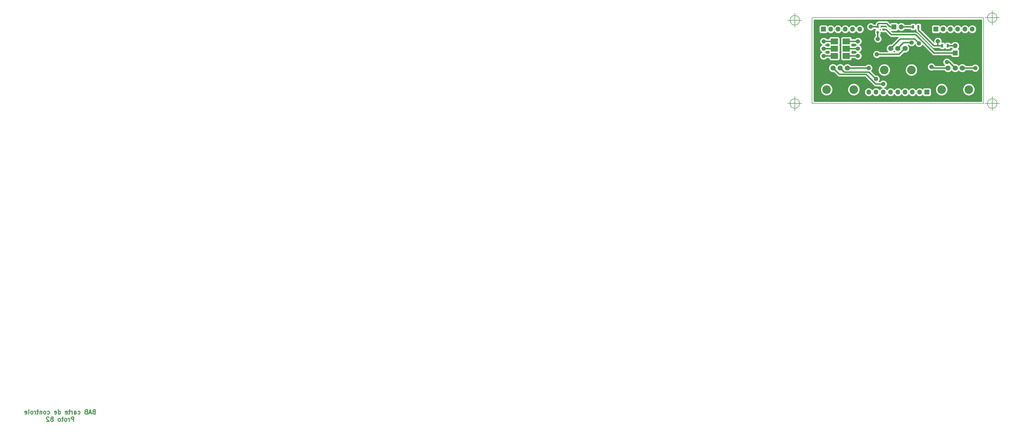
<source format=gbr>
G04 #@! TF.GenerationSoftware,KiCad,Pcbnew,(5.1.4)-1*
G04 #@! TF.CreationDate,2019-12-04T23:16:08+01:00*
G04 #@! TF.ProjectId,instru_bab_v2,696e7374-7275-45f6-9261-625f76322e6b,rev?*
G04 #@! TF.SameCoordinates,Original*
G04 #@! TF.FileFunction,Copper,L2,Bot*
G04 #@! TF.FilePolarity,Positive*
%FSLAX46Y46*%
G04 Gerber Fmt 4.6, Leading zero omitted, Abs format (unit mm)*
G04 Created by KiCad (PCBNEW (5.1.4)-1) date 2019-12-04 23:16:08*
%MOMM*%
%LPD*%
G04 APERTURE LIST*
%ADD10C,0.200000*%
%ADD11C,0.300000*%
%ADD12R,1.700000X1.700000*%
%ADD13O,1.700000X1.700000*%
%ADD14C,1.800000*%
%ADD15C,3.000000*%
%ADD16R,2.500000X2.000000*%
%ADD17R,0.700000X1.300000*%
%ADD18R,0.900000X0.800000*%
%ADD19C,1.500000*%
%ADD20C,0.500000*%
%ADD21C,0.254000*%
G04 APERTURE END LIST*
D10*
X239666666Y-50000000D02*
G75*
G03X239666666Y-50000000I-1666666J0D01*
G01*
X235500000Y-50000000D02*
X240500000Y-50000000D01*
X238000000Y-47500000D02*
X238000000Y-52500000D01*
X170666666Y-50900000D02*
G75*
G03X170666666Y-50900000I-1666666J0D01*
G01*
X166500000Y-50900000D02*
X171500000Y-50900000D01*
X169000000Y-48400000D02*
X169000000Y-53400000D01*
X170666666Y-80000000D02*
G75*
G03X170666666Y-80000000I-1666666J0D01*
G01*
X166500000Y-80000000D02*
X171500000Y-80000000D01*
X169000000Y-77500000D02*
X169000000Y-82500000D01*
X239666666Y-80000000D02*
G75*
G03X239666666Y-80000000I-1666666J0D01*
G01*
X235500000Y-80000000D02*
X240500000Y-80000000D01*
X238000000Y-77500000D02*
X238000000Y-82500000D01*
D11*
X-75964285Y-187767857D02*
X-76178571Y-187839285D01*
X-76250000Y-187910714D01*
X-76321428Y-188053571D01*
X-76321428Y-188267857D01*
X-76250000Y-188410714D01*
X-76178571Y-188482142D01*
X-76035714Y-188553571D01*
X-75464285Y-188553571D01*
X-75464285Y-187053571D01*
X-75964285Y-187053571D01*
X-76107142Y-187125000D01*
X-76178571Y-187196428D01*
X-76250000Y-187339285D01*
X-76250000Y-187482142D01*
X-76178571Y-187625000D01*
X-76107142Y-187696428D01*
X-75964285Y-187767857D01*
X-75464285Y-187767857D01*
X-76892857Y-188125000D02*
X-77607142Y-188125000D01*
X-76750000Y-188553571D02*
X-77250000Y-187053571D01*
X-77750000Y-188553571D01*
X-78750000Y-187767857D02*
X-78964285Y-187839285D01*
X-79035714Y-187910714D01*
X-79107142Y-188053571D01*
X-79107142Y-188267857D01*
X-79035714Y-188410714D01*
X-78964285Y-188482142D01*
X-78821428Y-188553571D01*
X-78250000Y-188553571D01*
X-78250000Y-187053571D01*
X-78750000Y-187053571D01*
X-78892857Y-187125000D01*
X-78964285Y-187196428D01*
X-79035714Y-187339285D01*
X-79035714Y-187482142D01*
X-78964285Y-187625000D01*
X-78892857Y-187696428D01*
X-78750000Y-187767857D01*
X-78250000Y-187767857D01*
X-81535714Y-188482142D02*
X-81392857Y-188553571D01*
X-81107142Y-188553571D01*
X-80964285Y-188482142D01*
X-80892857Y-188410714D01*
X-80821428Y-188267857D01*
X-80821428Y-187839285D01*
X-80892857Y-187696428D01*
X-80964285Y-187625000D01*
X-81107142Y-187553571D01*
X-81392857Y-187553571D01*
X-81535714Y-187625000D01*
X-82821428Y-188553571D02*
X-82821428Y-187767857D01*
X-82750000Y-187625000D01*
X-82607142Y-187553571D01*
X-82321428Y-187553571D01*
X-82178571Y-187625000D01*
X-82821428Y-188482142D02*
X-82678571Y-188553571D01*
X-82321428Y-188553571D01*
X-82178571Y-188482142D01*
X-82107142Y-188339285D01*
X-82107142Y-188196428D01*
X-82178571Y-188053571D01*
X-82321428Y-187982142D01*
X-82678571Y-187982142D01*
X-82821428Y-187910714D01*
X-83535714Y-188553571D02*
X-83535714Y-187553571D01*
X-83535714Y-187839285D02*
X-83607142Y-187696428D01*
X-83678571Y-187625000D01*
X-83821428Y-187553571D01*
X-83964285Y-187553571D01*
X-84250000Y-187553571D02*
X-84821428Y-187553571D01*
X-84464285Y-187053571D02*
X-84464285Y-188339285D01*
X-84535714Y-188482142D01*
X-84678571Y-188553571D01*
X-84821428Y-188553571D01*
X-85892857Y-188482142D02*
X-85750000Y-188553571D01*
X-85464285Y-188553571D01*
X-85321428Y-188482142D01*
X-85250000Y-188339285D01*
X-85250000Y-187767857D01*
X-85321428Y-187625000D01*
X-85464285Y-187553571D01*
X-85750000Y-187553571D01*
X-85892857Y-187625000D01*
X-85964285Y-187767857D01*
X-85964285Y-187910714D01*
X-85250000Y-188053571D01*
X-88392857Y-188553571D02*
X-88392857Y-187053571D01*
X-88392857Y-188482142D02*
X-88250000Y-188553571D01*
X-87964285Y-188553571D01*
X-87821428Y-188482142D01*
X-87750000Y-188410714D01*
X-87678571Y-188267857D01*
X-87678571Y-187839285D01*
X-87750000Y-187696428D01*
X-87821428Y-187625000D01*
X-87964285Y-187553571D01*
X-88250000Y-187553571D01*
X-88392857Y-187625000D01*
X-89678571Y-188482142D02*
X-89535714Y-188553571D01*
X-89250000Y-188553571D01*
X-89107142Y-188482142D01*
X-89035714Y-188339285D01*
X-89035714Y-187767857D01*
X-89107142Y-187625000D01*
X-89250000Y-187553571D01*
X-89535714Y-187553571D01*
X-89678571Y-187625000D01*
X-89750000Y-187767857D01*
X-89750000Y-187910714D01*
X-89035714Y-188053571D01*
X-92178571Y-188482142D02*
X-92035714Y-188553571D01*
X-91750000Y-188553571D01*
X-91607142Y-188482142D01*
X-91535714Y-188410714D01*
X-91464285Y-188267857D01*
X-91464285Y-187839285D01*
X-91535714Y-187696428D01*
X-91607142Y-187625000D01*
X-91750000Y-187553571D01*
X-92035714Y-187553571D01*
X-92178571Y-187625000D01*
X-93035714Y-188553571D02*
X-92892857Y-188482142D01*
X-92821428Y-188410714D01*
X-92750000Y-188267857D01*
X-92750000Y-187839285D01*
X-92821428Y-187696428D01*
X-92892857Y-187625000D01*
X-93035714Y-187553571D01*
X-93250000Y-187553571D01*
X-93392857Y-187625000D01*
X-93464285Y-187696428D01*
X-93535714Y-187839285D01*
X-93535714Y-188267857D01*
X-93464285Y-188410714D01*
X-93392857Y-188482142D01*
X-93250000Y-188553571D01*
X-93035714Y-188553571D01*
X-94178571Y-187553571D02*
X-94178571Y-188553571D01*
X-94178571Y-187696428D02*
X-94250000Y-187625000D01*
X-94392857Y-187553571D01*
X-94607142Y-187553571D01*
X-94750000Y-187625000D01*
X-94821428Y-187767857D01*
X-94821428Y-188553571D01*
X-95321428Y-187553571D02*
X-95892857Y-187553571D01*
X-95535714Y-187053571D02*
X-95535714Y-188339285D01*
X-95607142Y-188482142D01*
X-95750000Y-188553571D01*
X-95892857Y-188553571D01*
X-96392857Y-188553571D02*
X-96392857Y-187553571D01*
X-96392857Y-187839285D02*
X-96464285Y-187696428D01*
X-96535714Y-187625000D01*
X-96678571Y-187553571D01*
X-96821428Y-187553571D01*
X-97535714Y-188553571D02*
X-97392857Y-188482142D01*
X-97321428Y-188410714D01*
X-97250000Y-188267857D01*
X-97250000Y-187839285D01*
X-97321428Y-187696428D01*
X-97392857Y-187625000D01*
X-97535714Y-187553571D01*
X-97750000Y-187553571D01*
X-97892857Y-187625000D01*
X-97964285Y-187696428D01*
X-98035714Y-187839285D01*
X-98035714Y-188267857D01*
X-97964285Y-188410714D01*
X-97892857Y-188482142D01*
X-97750000Y-188553571D01*
X-97535714Y-188553571D01*
X-98892857Y-188553571D02*
X-98750000Y-188482142D01*
X-98678571Y-188339285D01*
X-98678571Y-187053571D01*
X-100035714Y-188482142D02*
X-99892857Y-188553571D01*
X-99607142Y-188553571D01*
X-99464285Y-188482142D01*
X-99392857Y-188339285D01*
X-99392857Y-187767857D01*
X-99464285Y-187625000D01*
X-99607142Y-187553571D01*
X-99892857Y-187553571D01*
X-100035714Y-187625000D01*
X-100107142Y-187767857D01*
X-100107142Y-187910714D01*
X-99392857Y-188053571D01*
X-83071428Y-191103571D02*
X-83071428Y-189603571D01*
X-83642857Y-189603571D01*
X-83785714Y-189675000D01*
X-83857142Y-189746428D01*
X-83928571Y-189889285D01*
X-83928571Y-190103571D01*
X-83857142Y-190246428D01*
X-83785714Y-190317857D01*
X-83642857Y-190389285D01*
X-83071428Y-190389285D01*
X-84571428Y-191103571D02*
X-84571428Y-190103571D01*
X-84571428Y-190389285D02*
X-84642857Y-190246428D01*
X-84714285Y-190175000D01*
X-84857142Y-190103571D01*
X-85000000Y-190103571D01*
X-85714285Y-191103571D02*
X-85571428Y-191032142D01*
X-85500000Y-190960714D01*
X-85428571Y-190817857D01*
X-85428571Y-190389285D01*
X-85500000Y-190246428D01*
X-85571428Y-190175000D01*
X-85714285Y-190103571D01*
X-85928571Y-190103571D01*
X-86071428Y-190175000D01*
X-86142857Y-190246428D01*
X-86214285Y-190389285D01*
X-86214285Y-190817857D01*
X-86142857Y-190960714D01*
X-86071428Y-191032142D01*
X-85928571Y-191103571D01*
X-85714285Y-191103571D01*
X-86642857Y-190103571D02*
X-87214285Y-190103571D01*
X-86857142Y-189603571D02*
X-86857142Y-190889285D01*
X-86928571Y-191032142D01*
X-87071428Y-191103571D01*
X-87214285Y-191103571D01*
X-87928571Y-191103571D02*
X-87785714Y-191032142D01*
X-87714285Y-190960714D01*
X-87642857Y-190817857D01*
X-87642857Y-190389285D01*
X-87714285Y-190246428D01*
X-87785714Y-190175000D01*
X-87928571Y-190103571D01*
X-88142857Y-190103571D01*
X-88285714Y-190175000D01*
X-88357142Y-190246428D01*
X-88428571Y-190389285D01*
X-88428571Y-190817857D01*
X-88357142Y-190960714D01*
X-88285714Y-191032142D01*
X-88142857Y-191103571D01*
X-87928571Y-191103571D01*
X-90714285Y-190317857D02*
X-90928571Y-190389285D01*
X-91000000Y-190460714D01*
X-91071428Y-190603571D01*
X-91071428Y-190817857D01*
X-91000000Y-190960714D01*
X-90928571Y-191032142D01*
X-90785714Y-191103571D01*
X-90214285Y-191103571D01*
X-90214285Y-189603571D01*
X-90714285Y-189603571D01*
X-90857142Y-189675000D01*
X-90928571Y-189746428D01*
X-91000000Y-189889285D01*
X-91000000Y-190032142D01*
X-90928571Y-190175000D01*
X-90857142Y-190246428D01*
X-90714285Y-190317857D01*
X-90214285Y-190317857D01*
X-91642857Y-189746428D02*
X-91714285Y-189675000D01*
X-91857142Y-189603571D01*
X-92214285Y-189603571D01*
X-92357142Y-189675000D01*
X-92428571Y-189746428D01*
X-92500000Y-189889285D01*
X-92500000Y-190032142D01*
X-92428571Y-190246428D01*
X-91571428Y-191103571D01*
X-92500000Y-191103571D01*
D10*
X235000000Y-50000000D02*
X175000000Y-50000000D01*
X235000000Y-80000000D02*
X235000000Y-50000000D01*
X175000000Y-80000000D02*
X235000000Y-80000000D01*
X175000000Y-50000000D02*
X175000000Y-80000000D01*
D12*
X215160000Y-76000000D03*
D13*
X212620000Y-76000000D03*
X210080000Y-76000000D03*
X207540000Y-76000000D03*
X205000000Y-76000000D03*
X202460000Y-76000000D03*
X199920000Y-76000000D03*
X197380000Y-76000000D03*
X194840000Y-76000000D03*
D14*
X187350000Y-67600000D03*
X184850000Y-67600000D03*
X182350000Y-67600000D03*
D15*
X189600000Y-75100000D03*
X180100000Y-75100000D03*
D16*
X187000000Y-63340000D03*
X182840000Y-63340000D03*
X187000000Y-60800000D03*
X182840000Y-60800000D03*
X187000000Y-58260000D03*
X182840000Y-58260000D03*
D17*
X222400000Y-59800000D03*
X220500000Y-59800000D03*
D18*
X198000000Y-55100000D03*
X198000000Y-53200000D03*
X200000000Y-54150000D03*
D14*
X227550000Y-67600000D03*
X225050000Y-67600000D03*
X222550000Y-67600000D03*
D15*
X229800000Y-75100000D03*
X220300000Y-75100000D03*
D14*
X207500000Y-60750000D03*
X205000000Y-60750000D03*
X202500000Y-60750000D03*
D15*
X209750000Y-68250000D03*
X200250000Y-68250000D03*
D12*
X179000000Y-54000000D03*
D13*
X181540000Y-54000000D03*
X184080000Y-54000000D03*
X186620000Y-54000000D03*
X189160000Y-54000000D03*
X191700000Y-54000000D03*
D12*
X218300000Y-54000000D03*
D13*
X220840000Y-54000000D03*
X223380000Y-54000000D03*
X225920000Y-54000000D03*
X228460000Y-54000000D03*
X231000000Y-54000000D03*
D12*
X225050000Y-62340000D03*
D13*
X225050000Y-59800000D03*
D17*
X210300000Y-53200000D03*
X212200000Y-53200000D03*
D12*
X203660000Y-53200000D03*
D13*
X206200000Y-53200000D03*
D19*
X198000000Y-57400000D03*
X219000000Y-58200000D03*
X179050000Y-63350000D03*
X179049994Y-60800000D03*
X179100000Y-58250000D03*
X195550000Y-53150000D03*
X191050000Y-58250000D03*
X191050008Y-60800000D03*
X191050000Y-63349996D03*
X232050000Y-67600000D03*
X222150000Y-65500002D03*
X216741108Y-67191110D03*
X212400000Y-58950000D03*
X209800000Y-58700000D03*
X197650000Y-62800000D03*
X194800000Y-67600000D03*
X197350000Y-71400000D03*
X199900000Y-73200000D03*
D20*
X206200000Y-53200000D02*
X210300000Y-53200000D01*
X198000000Y-57400000D02*
X198000000Y-55100000D01*
X219000000Y-59800000D02*
X219650000Y-59800000D01*
X217650000Y-59800000D02*
X219000000Y-59800000D01*
X219000000Y-59800000D02*
X219000000Y-58200000D01*
X212200000Y-53200000D02*
X212200000Y-54350000D01*
X212200000Y-54350000D02*
X217650000Y-59800000D01*
X219650000Y-59800000D02*
X220500000Y-59800000D01*
X182840000Y-63340000D02*
X179060000Y-63340000D01*
X179060000Y-63340000D02*
X179050000Y-63350000D01*
X182840000Y-60800000D02*
X179049994Y-60800000D01*
X182830000Y-58250000D02*
X182840000Y-58260000D01*
X179100000Y-58250000D02*
X182830000Y-58250000D01*
X197950000Y-53150000D02*
X198000000Y-53200000D01*
X195550000Y-53150000D02*
X197950000Y-53150000D01*
X202310000Y-53200000D02*
X203660000Y-53200000D01*
X201110000Y-52000000D02*
X202310000Y-53200000D01*
X198300000Y-52000000D02*
X201110000Y-52000000D01*
X198000000Y-53200000D02*
X198000000Y-52300000D01*
X198000000Y-52300000D02*
X198300000Y-52000000D01*
X217640002Y-62340000D02*
X225050000Y-62340000D01*
X211250002Y-55950000D02*
X217640002Y-62340000D01*
X202750000Y-55950000D02*
X211250002Y-55950000D01*
X200000000Y-54150000D02*
X200950000Y-54150000D01*
X200950000Y-54150000D02*
X202750000Y-55950000D01*
X222400000Y-59800000D02*
X225050000Y-59800000D01*
X187010000Y-58250000D02*
X187000000Y-58260000D01*
X191050000Y-58250000D02*
X187010000Y-58250000D01*
X187000000Y-60800000D02*
X191050008Y-60800000D01*
X191040004Y-63340000D02*
X191050000Y-63349996D01*
X187000000Y-63340000D02*
X191040004Y-63340000D01*
X227550000Y-67600000D02*
X232050000Y-67600000D01*
X222950002Y-65500002D02*
X222150000Y-65500002D01*
X225050000Y-67600000D02*
X222950002Y-65500002D01*
X222550000Y-67600000D02*
X217149998Y-67600000D01*
X217149998Y-67600000D02*
X216741108Y-67191110D01*
X203399999Y-59850001D02*
X202500000Y-60750000D01*
X205800000Y-57450000D02*
X203399999Y-59850001D01*
X212400000Y-58950000D02*
X210900000Y-57450000D01*
X210900000Y-57450000D02*
X205800000Y-57450000D01*
X207050000Y-58700000D02*
X205000000Y-60750000D01*
X209800000Y-58700000D02*
X207050000Y-58700000D01*
X205022002Y-62800000D02*
X197650000Y-62800000D01*
X207500000Y-60750000D02*
X205450000Y-62800000D01*
X205450000Y-62800000D02*
X205022002Y-62800000D01*
X187350000Y-67600000D02*
X194800000Y-67600000D01*
X194950001Y-69000001D02*
X197350000Y-71400000D01*
X184850000Y-67600000D02*
X186250001Y-69000001D01*
X186250001Y-69000001D02*
X194950001Y-69000001D01*
X197300000Y-73200000D02*
X199900000Y-73200000D01*
X193900000Y-69800000D02*
X197300000Y-73200000D01*
X182350000Y-67600000D02*
X184550000Y-69800000D01*
X184550000Y-69800000D02*
X193900000Y-69800000D01*
D21*
G36*
X234265000Y-79265000D02*
G01*
X175735000Y-79265000D01*
X175735000Y-74889721D01*
X177965000Y-74889721D01*
X177965000Y-75310279D01*
X178047047Y-75722756D01*
X178207988Y-76111302D01*
X178441637Y-76460983D01*
X178739017Y-76758363D01*
X179088698Y-76992012D01*
X179477244Y-77152953D01*
X179889721Y-77235000D01*
X180310279Y-77235000D01*
X180722756Y-77152953D01*
X181111302Y-76992012D01*
X181460983Y-76758363D01*
X181758363Y-76460983D01*
X181992012Y-76111302D01*
X182152953Y-75722756D01*
X182235000Y-75310279D01*
X182235000Y-74889721D01*
X187465000Y-74889721D01*
X187465000Y-75310279D01*
X187547047Y-75722756D01*
X187707988Y-76111302D01*
X187941637Y-76460983D01*
X188239017Y-76758363D01*
X188588698Y-76992012D01*
X188977244Y-77152953D01*
X189389721Y-77235000D01*
X189810279Y-77235000D01*
X190222756Y-77152953D01*
X190611302Y-76992012D01*
X190960983Y-76758363D01*
X191258363Y-76460983D01*
X191492012Y-76111302D01*
X191652953Y-75722756D01*
X191735000Y-75310279D01*
X191735000Y-74889721D01*
X191652953Y-74477244D01*
X191492012Y-74088698D01*
X191258363Y-73739017D01*
X190960983Y-73441637D01*
X190611302Y-73207988D01*
X190222756Y-73047047D01*
X189810279Y-72965000D01*
X189389721Y-72965000D01*
X188977244Y-73047047D01*
X188588698Y-73207988D01*
X188239017Y-73441637D01*
X187941637Y-73739017D01*
X187707988Y-74088698D01*
X187547047Y-74477244D01*
X187465000Y-74889721D01*
X182235000Y-74889721D01*
X182152953Y-74477244D01*
X181992012Y-74088698D01*
X181758363Y-73739017D01*
X181460983Y-73441637D01*
X181111302Y-73207988D01*
X180722756Y-73047047D01*
X180310279Y-72965000D01*
X179889721Y-72965000D01*
X179477244Y-73047047D01*
X179088698Y-73207988D01*
X178739017Y-73441637D01*
X178441637Y-73739017D01*
X178207988Y-74088698D01*
X178047047Y-74477244D01*
X177965000Y-74889721D01*
X175735000Y-74889721D01*
X175735000Y-67448816D01*
X180815000Y-67448816D01*
X180815000Y-67751184D01*
X180873989Y-68047743D01*
X180989701Y-68327095D01*
X181157688Y-68578505D01*
X181371495Y-68792312D01*
X181622905Y-68960299D01*
X181902257Y-69076011D01*
X182198816Y-69135000D01*
X182501184Y-69135000D01*
X182611482Y-69113060D01*
X183893470Y-70395049D01*
X183921183Y-70428817D01*
X183954951Y-70456530D01*
X183954953Y-70456532D01*
X184028772Y-70517114D01*
X184055941Y-70539411D01*
X184209687Y-70621589D01*
X184376510Y-70672195D01*
X184506523Y-70685000D01*
X184506531Y-70685000D01*
X184550000Y-70689281D01*
X184593469Y-70685000D01*
X193533422Y-70685000D01*
X196643470Y-73795049D01*
X196671183Y-73828817D01*
X196704951Y-73856530D01*
X196704953Y-73856532D01*
X196776452Y-73915210D01*
X196805941Y-73939411D01*
X196959687Y-74021589D01*
X197126510Y-74072195D01*
X197256523Y-74085000D01*
X197256533Y-74085000D01*
X197299999Y-74089281D01*
X197343465Y-74085000D01*
X198826315Y-74085000D01*
X199017114Y-74275799D01*
X199243957Y-74427371D01*
X199496011Y-74531775D01*
X199585646Y-74549605D01*
X199348966Y-74621401D01*
X199090986Y-74759294D01*
X198864866Y-74944866D01*
X198679294Y-75170986D01*
X198650000Y-75225791D01*
X198620706Y-75170986D01*
X198435134Y-74944866D01*
X198209014Y-74759294D01*
X197951034Y-74621401D01*
X197671111Y-74536487D01*
X197452950Y-74515000D01*
X197307050Y-74515000D01*
X197088889Y-74536487D01*
X196808966Y-74621401D01*
X196550986Y-74759294D01*
X196324866Y-74944866D01*
X196139294Y-75170986D01*
X196110000Y-75225791D01*
X196080706Y-75170986D01*
X195895134Y-74944866D01*
X195669014Y-74759294D01*
X195411034Y-74621401D01*
X195131111Y-74536487D01*
X194912950Y-74515000D01*
X194767050Y-74515000D01*
X194548889Y-74536487D01*
X194268966Y-74621401D01*
X194010986Y-74759294D01*
X193784866Y-74944866D01*
X193599294Y-75170986D01*
X193461401Y-75428966D01*
X193376487Y-75708889D01*
X193347815Y-76000000D01*
X193376487Y-76291111D01*
X193461401Y-76571034D01*
X193599294Y-76829014D01*
X193784866Y-77055134D01*
X194010986Y-77240706D01*
X194268966Y-77378599D01*
X194548889Y-77463513D01*
X194767050Y-77485000D01*
X194912950Y-77485000D01*
X195131111Y-77463513D01*
X195411034Y-77378599D01*
X195669014Y-77240706D01*
X195895134Y-77055134D01*
X196080706Y-76829014D01*
X196110000Y-76774209D01*
X196139294Y-76829014D01*
X196324866Y-77055134D01*
X196550986Y-77240706D01*
X196808966Y-77378599D01*
X197088889Y-77463513D01*
X197307050Y-77485000D01*
X197452950Y-77485000D01*
X197671111Y-77463513D01*
X197951034Y-77378599D01*
X198209014Y-77240706D01*
X198435134Y-77055134D01*
X198620706Y-76829014D01*
X198650000Y-76774209D01*
X198679294Y-76829014D01*
X198864866Y-77055134D01*
X199090986Y-77240706D01*
X199348966Y-77378599D01*
X199628889Y-77463513D01*
X199847050Y-77485000D01*
X199992950Y-77485000D01*
X200211111Y-77463513D01*
X200491034Y-77378599D01*
X200749014Y-77240706D01*
X200975134Y-77055134D01*
X201160706Y-76829014D01*
X201190000Y-76774209D01*
X201219294Y-76829014D01*
X201404866Y-77055134D01*
X201630986Y-77240706D01*
X201888966Y-77378599D01*
X202168889Y-77463513D01*
X202387050Y-77485000D01*
X202532950Y-77485000D01*
X202751111Y-77463513D01*
X203031034Y-77378599D01*
X203289014Y-77240706D01*
X203515134Y-77055134D01*
X203700706Y-76829014D01*
X203730000Y-76774209D01*
X203759294Y-76829014D01*
X203944866Y-77055134D01*
X204170986Y-77240706D01*
X204428966Y-77378599D01*
X204708889Y-77463513D01*
X204927050Y-77485000D01*
X205072950Y-77485000D01*
X205291111Y-77463513D01*
X205571034Y-77378599D01*
X205829014Y-77240706D01*
X206055134Y-77055134D01*
X206240706Y-76829014D01*
X206270000Y-76774209D01*
X206299294Y-76829014D01*
X206484866Y-77055134D01*
X206710986Y-77240706D01*
X206968966Y-77378599D01*
X207248889Y-77463513D01*
X207467050Y-77485000D01*
X207612950Y-77485000D01*
X207831111Y-77463513D01*
X208111034Y-77378599D01*
X208369014Y-77240706D01*
X208595134Y-77055134D01*
X208780706Y-76829014D01*
X208810000Y-76774209D01*
X208839294Y-76829014D01*
X209024866Y-77055134D01*
X209250986Y-77240706D01*
X209508966Y-77378599D01*
X209788889Y-77463513D01*
X210007050Y-77485000D01*
X210152950Y-77485000D01*
X210371111Y-77463513D01*
X210651034Y-77378599D01*
X210909014Y-77240706D01*
X211135134Y-77055134D01*
X211320706Y-76829014D01*
X211350000Y-76774209D01*
X211379294Y-76829014D01*
X211564866Y-77055134D01*
X211790986Y-77240706D01*
X212048966Y-77378599D01*
X212328889Y-77463513D01*
X212547050Y-77485000D01*
X212692950Y-77485000D01*
X212911111Y-77463513D01*
X213191034Y-77378599D01*
X213449014Y-77240706D01*
X213675134Y-77055134D01*
X213699607Y-77025313D01*
X213720498Y-77094180D01*
X213779463Y-77204494D01*
X213858815Y-77301185D01*
X213955506Y-77380537D01*
X214065820Y-77439502D01*
X214185518Y-77475812D01*
X214310000Y-77488072D01*
X216010000Y-77488072D01*
X216134482Y-77475812D01*
X216254180Y-77439502D01*
X216364494Y-77380537D01*
X216461185Y-77301185D01*
X216540537Y-77204494D01*
X216599502Y-77094180D01*
X216635812Y-76974482D01*
X216648072Y-76850000D01*
X216648072Y-75150000D01*
X216635812Y-75025518D01*
X216599502Y-74905820D01*
X216590897Y-74889721D01*
X218165000Y-74889721D01*
X218165000Y-75310279D01*
X218247047Y-75722756D01*
X218407988Y-76111302D01*
X218641637Y-76460983D01*
X218939017Y-76758363D01*
X219288698Y-76992012D01*
X219677244Y-77152953D01*
X220089721Y-77235000D01*
X220510279Y-77235000D01*
X220922756Y-77152953D01*
X221311302Y-76992012D01*
X221660983Y-76758363D01*
X221958363Y-76460983D01*
X222192012Y-76111302D01*
X222352953Y-75722756D01*
X222435000Y-75310279D01*
X222435000Y-74889721D01*
X227665000Y-74889721D01*
X227665000Y-75310279D01*
X227747047Y-75722756D01*
X227907988Y-76111302D01*
X228141637Y-76460983D01*
X228439017Y-76758363D01*
X228788698Y-76992012D01*
X229177244Y-77152953D01*
X229589721Y-77235000D01*
X230010279Y-77235000D01*
X230422756Y-77152953D01*
X230811302Y-76992012D01*
X231160983Y-76758363D01*
X231458363Y-76460983D01*
X231692012Y-76111302D01*
X231852953Y-75722756D01*
X231935000Y-75310279D01*
X231935000Y-74889721D01*
X231852953Y-74477244D01*
X231692012Y-74088698D01*
X231458363Y-73739017D01*
X231160983Y-73441637D01*
X230811302Y-73207988D01*
X230422756Y-73047047D01*
X230010279Y-72965000D01*
X229589721Y-72965000D01*
X229177244Y-73047047D01*
X228788698Y-73207988D01*
X228439017Y-73441637D01*
X228141637Y-73739017D01*
X227907988Y-74088698D01*
X227747047Y-74477244D01*
X227665000Y-74889721D01*
X222435000Y-74889721D01*
X222352953Y-74477244D01*
X222192012Y-74088698D01*
X221958363Y-73739017D01*
X221660983Y-73441637D01*
X221311302Y-73207988D01*
X220922756Y-73047047D01*
X220510279Y-72965000D01*
X220089721Y-72965000D01*
X219677244Y-73047047D01*
X219288698Y-73207988D01*
X218939017Y-73441637D01*
X218641637Y-73739017D01*
X218407988Y-74088698D01*
X218247047Y-74477244D01*
X218165000Y-74889721D01*
X216590897Y-74889721D01*
X216540537Y-74795506D01*
X216461185Y-74698815D01*
X216364494Y-74619463D01*
X216254180Y-74560498D01*
X216134482Y-74524188D01*
X216010000Y-74511928D01*
X214310000Y-74511928D01*
X214185518Y-74524188D01*
X214065820Y-74560498D01*
X213955506Y-74619463D01*
X213858815Y-74698815D01*
X213779463Y-74795506D01*
X213720498Y-74905820D01*
X213699607Y-74974687D01*
X213675134Y-74944866D01*
X213449014Y-74759294D01*
X213191034Y-74621401D01*
X212911111Y-74536487D01*
X212692950Y-74515000D01*
X212547050Y-74515000D01*
X212328889Y-74536487D01*
X212048966Y-74621401D01*
X211790986Y-74759294D01*
X211564866Y-74944866D01*
X211379294Y-75170986D01*
X211350000Y-75225791D01*
X211320706Y-75170986D01*
X211135134Y-74944866D01*
X210909014Y-74759294D01*
X210651034Y-74621401D01*
X210371111Y-74536487D01*
X210152950Y-74515000D01*
X210007050Y-74515000D01*
X209788889Y-74536487D01*
X209508966Y-74621401D01*
X209250986Y-74759294D01*
X209024866Y-74944866D01*
X208839294Y-75170986D01*
X208810000Y-75225791D01*
X208780706Y-75170986D01*
X208595134Y-74944866D01*
X208369014Y-74759294D01*
X208111034Y-74621401D01*
X207831111Y-74536487D01*
X207612950Y-74515000D01*
X207467050Y-74515000D01*
X207248889Y-74536487D01*
X206968966Y-74621401D01*
X206710986Y-74759294D01*
X206484866Y-74944866D01*
X206299294Y-75170986D01*
X206270000Y-75225791D01*
X206240706Y-75170986D01*
X206055134Y-74944866D01*
X205829014Y-74759294D01*
X205571034Y-74621401D01*
X205291111Y-74536487D01*
X205072950Y-74515000D01*
X204927050Y-74515000D01*
X204708889Y-74536487D01*
X204428966Y-74621401D01*
X204170986Y-74759294D01*
X203944866Y-74944866D01*
X203759294Y-75170986D01*
X203730000Y-75225791D01*
X203700706Y-75170986D01*
X203515134Y-74944866D01*
X203289014Y-74759294D01*
X203031034Y-74621401D01*
X202751111Y-74536487D01*
X202532950Y-74515000D01*
X202387050Y-74515000D01*
X202168889Y-74536487D01*
X201888966Y-74621401D01*
X201630986Y-74759294D01*
X201404866Y-74944866D01*
X201219294Y-75170986D01*
X201190000Y-75225791D01*
X201160706Y-75170986D01*
X200975134Y-74944866D01*
X200749014Y-74759294D01*
X200491034Y-74621401D01*
X200238513Y-74544799D01*
X200303989Y-74531775D01*
X200556043Y-74427371D01*
X200782886Y-74275799D01*
X200975799Y-74082886D01*
X201127371Y-73856043D01*
X201231775Y-73603989D01*
X201285000Y-73336411D01*
X201285000Y-73063589D01*
X201231775Y-72796011D01*
X201127371Y-72543957D01*
X200975799Y-72317114D01*
X200782886Y-72124201D01*
X200556043Y-71972629D01*
X200303989Y-71868225D01*
X200036411Y-71815000D01*
X199763589Y-71815000D01*
X199496011Y-71868225D01*
X199243957Y-71972629D01*
X199017114Y-72124201D01*
X198826315Y-72315000D01*
X198393685Y-72315000D01*
X198425799Y-72282886D01*
X198577371Y-72056043D01*
X198681775Y-71803989D01*
X198735000Y-71536411D01*
X198735000Y-71263589D01*
X198681775Y-70996011D01*
X198577371Y-70743957D01*
X198425799Y-70517114D01*
X198232886Y-70324201D01*
X198006043Y-70172629D01*
X197753989Y-70068225D01*
X197486411Y-70015000D01*
X197216579Y-70015000D01*
X195780132Y-68578553D01*
X195875799Y-68482886D01*
X196027371Y-68256043D01*
X196116974Y-68039721D01*
X198115000Y-68039721D01*
X198115000Y-68460279D01*
X198197047Y-68872756D01*
X198357988Y-69261302D01*
X198591637Y-69610983D01*
X198889017Y-69908363D01*
X199238698Y-70142012D01*
X199627244Y-70302953D01*
X200039721Y-70385000D01*
X200460279Y-70385000D01*
X200872756Y-70302953D01*
X201261302Y-70142012D01*
X201610983Y-69908363D01*
X201908363Y-69610983D01*
X202142012Y-69261302D01*
X202302953Y-68872756D01*
X202385000Y-68460279D01*
X202385000Y-68039721D01*
X207615000Y-68039721D01*
X207615000Y-68460279D01*
X207697047Y-68872756D01*
X207857988Y-69261302D01*
X208091637Y-69610983D01*
X208389017Y-69908363D01*
X208738698Y-70142012D01*
X209127244Y-70302953D01*
X209539721Y-70385000D01*
X209960279Y-70385000D01*
X210372756Y-70302953D01*
X210761302Y-70142012D01*
X211110983Y-69908363D01*
X211408363Y-69610983D01*
X211642012Y-69261302D01*
X211802953Y-68872756D01*
X211885000Y-68460279D01*
X211885000Y-68039721D01*
X211802953Y-67627244D01*
X211642012Y-67238698D01*
X211519068Y-67054699D01*
X215356108Y-67054699D01*
X215356108Y-67327521D01*
X215409333Y-67595099D01*
X215513737Y-67847153D01*
X215665309Y-68073996D01*
X215858222Y-68266909D01*
X216085065Y-68418481D01*
X216337119Y-68522885D01*
X216604697Y-68576110D01*
X216877519Y-68576110D01*
X217145097Y-68522885D01*
X217236560Y-68485000D01*
X221295210Y-68485000D01*
X221357688Y-68578505D01*
X221571495Y-68792312D01*
X221822905Y-68960299D01*
X222102257Y-69076011D01*
X222398816Y-69135000D01*
X222701184Y-69135000D01*
X222997743Y-69076011D01*
X223277095Y-68960299D01*
X223528505Y-68792312D01*
X223742312Y-68578505D01*
X223800000Y-68492169D01*
X223857688Y-68578505D01*
X224071495Y-68792312D01*
X224322905Y-68960299D01*
X224602257Y-69076011D01*
X224898816Y-69135000D01*
X225201184Y-69135000D01*
X225497743Y-69076011D01*
X225777095Y-68960299D01*
X226028505Y-68792312D01*
X226242312Y-68578505D01*
X226300000Y-68492169D01*
X226357688Y-68578505D01*
X226571495Y-68792312D01*
X226822905Y-68960299D01*
X227102257Y-69076011D01*
X227398816Y-69135000D01*
X227701184Y-69135000D01*
X227997743Y-69076011D01*
X228277095Y-68960299D01*
X228528505Y-68792312D01*
X228742312Y-68578505D01*
X228804790Y-68485000D01*
X230976315Y-68485000D01*
X231167114Y-68675799D01*
X231393957Y-68827371D01*
X231646011Y-68931775D01*
X231913589Y-68985000D01*
X232186411Y-68985000D01*
X232453989Y-68931775D01*
X232706043Y-68827371D01*
X232932886Y-68675799D01*
X233125799Y-68482886D01*
X233277371Y-68256043D01*
X233381775Y-68003989D01*
X233435000Y-67736411D01*
X233435000Y-67463589D01*
X233381775Y-67196011D01*
X233277371Y-66943957D01*
X233125799Y-66717114D01*
X232932886Y-66524201D01*
X232706043Y-66372629D01*
X232453989Y-66268225D01*
X232186411Y-66215000D01*
X231913589Y-66215000D01*
X231646011Y-66268225D01*
X231393957Y-66372629D01*
X231167114Y-66524201D01*
X230976315Y-66715000D01*
X228804790Y-66715000D01*
X228742312Y-66621495D01*
X228528505Y-66407688D01*
X228277095Y-66239701D01*
X227997743Y-66123989D01*
X227701184Y-66065000D01*
X227398816Y-66065000D01*
X227102257Y-66123989D01*
X226822905Y-66239701D01*
X226571495Y-66407688D01*
X226357688Y-66621495D01*
X226300000Y-66707831D01*
X226242312Y-66621495D01*
X226028505Y-66407688D01*
X225777095Y-66239701D01*
X225497743Y-66123989D01*
X225201184Y-66065000D01*
X224898816Y-66065000D01*
X224788518Y-66086940D01*
X223606536Y-64904958D01*
X223578819Y-64871185D01*
X223444061Y-64760591D01*
X223290315Y-64678413D01*
X223260767Y-64669450D01*
X223225799Y-64617116D01*
X223032886Y-64424203D01*
X222806043Y-64272631D01*
X222553989Y-64168227D01*
X222286411Y-64115002D01*
X222013589Y-64115002D01*
X221746011Y-64168227D01*
X221493957Y-64272631D01*
X221267114Y-64424203D01*
X221074201Y-64617116D01*
X220922629Y-64843959D01*
X220818225Y-65096013D01*
X220765000Y-65363591D01*
X220765000Y-65636413D01*
X220818225Y-65903991D01*
X220922629Y-66156045D01*
X221074201Y-66382888D01*
X221267114Y-66575801D01*
X221350839Y-66631745D01*
X221295210Y-66715000D01*
X218043010Y-66715000D01*
X217968479Y-66535067D01*
X217816907Y-66308224D01*
X217623994Y-66115311D01*
X217397151Y-65963739D01*
X217145097Y-65859335D01*
X216877519Y-65806110D01*
X216604697Y-65806110D01*
X216337119Y-65859335D01*
X216085065Y-65963739D01*
X215858222Y-66115311D01*
X215665309Y-66308224D01*
X215513737Y-66535067D01*
X215409333Y-66787121D01*
X215356108Y-67054699D01*
X211519068Y-67054699D01*
X211408363Y-66889017D01*
X211110983Y-66591637D01*
X210761302Y-66357988D01*
X210372756Y-66197047D01*
X209960279Y-66115000D01*
X209539721Y-66115000D01*
X209127244Y-66197047D01*
X208738698Y-66357988D01*
X208389017Y-66591637D01*
X208091637Y-66889017D01*
X207857988Y-67238698D01*
X207697047Y-67627244D01*
X207615000Y-68039721D01*
X202385000Y-68039721D01*
X202302953Y-67627244D01*
X202142012Y-67238698D01*
X201908363Y-66889017D01*
X201610983Y-66591637D01*
X201261302Y-66357988D01*
X200872756Y-66197047D01*
X200460279Y-66115000D01*
X200039721Y-66115000D01*
X199627244Y-66197047D01*
X199238698Y-66357988D01*
X198889017Y-66591637D01*
X198591637Y-66889017D01*
X198357988Y-67238698D01*
X198197047Y-67627244D01*
X198115000Y-68039721D01*
X196116974Y-68039721D01*
X196131775Y-68003989D01*
X196185000Y-67736411D01*
X196185000Y-67463589D01*
X196131775Y-67196011D01*
X196027371Y-66943957D01*
X195875799Y-66717114D01*
X195682886Y-66524201D01*
X195456043Y-66372629D01*
X195203989Y-66268225D01*
X194936411Y-66215000D01*
X194663589Y-66215000D01*
X194396011Y-66268225D01*
X194143957Y-66372629D01*
X193917114Y-66524201D01*
X193726315Y-66715000D01*
X188604790Y-66715000D01*
X188542312Y-66621495D01*
X188328505Y-66407688D01*
X188077095Y-66239701D01*
X187797743Y-66123989D01*
X187501184Y-66065000D01*
X187198816Y-66065000D01*
X186902257Y-66123989D01*
X186622905Y-66239701D01*
X186371495Y-66407688D01*
X186157688Y-66621495D01*
X186100000Y-66707831D01*
X186042312Y-66621495D01*
X185828505Y-66407688D01*
X185577095Y-66239701D01*
X185297743Y-66123989D01*
X185001184Y-66065000D01*
X184698816Y-66065000D01*
X184402257Y-66123989D01*
X184122905Y-66239701D01*
X183871495Y-66407688D01*
X183657688Y-66621495D01*
X183600000Y-66707831D01*
X183542312Y-66621495D01*
X183328505Y-66407688D01*
X183077095Y-66239701D01*
X182797743Y-66123989D01*
X182501184Y-66065000D01*
X182198816Y-66065000D01*
X181902257Y-66123989D01*
X181622905Y-66239701D01*
X181371495Y-66407688D01*
X181157688Y-66621495D01*
X180989701Y-66872905D01*
X180873989Y-67152257D01*
X180815000Y-67448816D01*
X175735000Y-67448816D01*
X175735000Y-60663589D01*
X177664994Y-60663589D01*
X177664994Y-60936411D01*
X177718219Y-61203989D01*
X177822623Y-61456043D01*
X177974195Y-61682886D01*
X178167108Y-61875799D01*
X178393951Y-62027371D01*
X178508941Y-62075001D01*
X178393957Y-62122629D01*
X178167114Y-62274201D01*
X177974201Y-62467114D01*
X177822629Y-62693957D01*
X177718225Y-62946011D01*
X177665000Y-63213589D01*
X177665000Y-63486411D01*
X177718225Y-63753989D01*
X177822629Y-64006043D01*
X177974201Y-64232886D01*
X178167114Y-64425799D01*
X178393957Y-64577371D01*
X178646011Y-64681775D01*
X178913589Y-64735000D01*
X179186411Y-64735000D01*
X179453989Y-64681775D01*
X179706043Y-64577371D01*
X179932886Y-64425799D01*
X180125799Y-64232886D01*
X180131068Y-64225000D01*
X180951928Y-64225000D01*
X180951928Y-64340000D01*
X180964188Y-64464482D01*
X181000498Y-64584180D01*
X181059463Y-64694494D01*
X181138815Y-64791185D01*
X181235506Y-64870537D01*
X181345820Y-64929502D01*
X181465518Y-64965812D01*
X181590000Y-64978072D01*
X184090000Y-64978072D01*
X184214482Y-64965812D01*
X184334180Y-64929502D01*
X184444494Y-64870537D01*
X184541185Y-64791185D01*
X184620537Y-64694494D01*
X184679502Y-64584180D01*
X184715812Y-64464482D01*
X184728072Y-64340000D01*
X184728072Y-62340000D01*
X184715812Y-62215518D01*
X184679502Y-62095820D01*
X184665701Y-62070000D01*
X184679502Y-62044180D01*
X184715812Y-61924482D01*
X184728072Y-61800000D01*
X184728072Y-59800000D01*
X184715812Y-59675518D01*
X184679502Y-59555820D01*
X184665701Y-59530000D01*
X184679502Y-59504180D01*
X184715812Y-59384482D01*
X184728072Y-59260000D01*
X184728072Y-57260000D01*
X185111928Y-57260000D01*
X185111928Y-59260000D01*
X185124188Y-59384482D01*
X185160498Y-59504180D01*
X185174299Y-59530000D01*
X185160498Y-59555820D01*
X185124188Y-59675518D01*
X185111928Y-59800000D01*
X185111928Y-61800000D01*
X185124188Y-61924482D01*
X185160498Y-62044180D01*
X185174299Y-62070000D01*
X185160498Y-62095820D01*
X185124188Y-62215518D01*
X185111928Y-62340000D01*
X185111928Y-64340000D01*
X185124188Y-64464482D01*
X185160498Y-64584180D01*
X185219463Y-64694494D01*
X185298815Y-64791185D01*
X185395506Y-64870537D01*
X185505820Y-64929502D01*
X185625518Y-64965812D01*
X185750000Y-64978072D01*
X188250000Y-64978072D01*
X188374482Y-64965812D01*
X188494180Y-64929502D01*
X188604494Y-64870537D01*
X188701185Y-64791185D01*
X188780537Y-64694494D01*
X188839502Y-64584180D01*
X188875812Y-64464482D01*
X188888072Y-64340000D01*
X188888072Y-64225000D01*
X189968934Y-64225000D01*
X189974201Y-64232882D01*
X190167114Y-64425795D01*
X190393957Y-64577367D01*
X190646011Y-64681771D01*
X190913589Y-64734996D01*
X191186411Y-64734996D01*
X191453989Y-64681771D01*
X191706043Y-64577367D01*
X191932886Y-64425795D01*
X192125799Y-64232882D01*
X192277371Y-64006039D01*
X192381775Y-63753985D01*
X192435000Y-63486407D01*
X192435000Y-63213585D01*
X192381775Y-62946007D01*
X192277371Y-62693953D01*
X192125799Y-62467110D01*
X191932886Y-62274197D01*
X191706043Y-62122625D01*
X191591065Y-62075000D01*
X191706051Y-62027371D01*
X191932894Y-61875799D01*
X192125807Y-61682886D01*
X192277379Y-61456043D01*
X192381783Y-61203989D01*
X192435008Y-60936411D01*
X192435008Y-60663589D01*
X192381783Y-60396011D01*
X192277379Y-60143957D01*
X192125807Y-59917114D01*
X191932894Y-59724201D01*
X191706051Y-59572629D01*
X191591060Y-59524998D01*
X191706043Y-59477371D01*
X191932886Y-59325799D01*
X192125799Y-59132886D01*
X192277371Y-58906043D01*
X192381775Y-58653989D01*
X192435000Y-58386411D01*
X192435000Y-58113589D01*
X192381775Y-57846011D01*
X192277371Y-57593957D01*
X192125799Y-57367114D01*
X191932886Y-57174201D01*
X191706043Y-57022629D01*
X191453989Y-56918225D01*
X191186411Y-56865000D01*
X190913589Y-56865000D01*
X190646011Y-56918225D01*
X190393957Y-57022629D01*
X190167114Y-57174201D01*
X189976315Y-57365000D01*
X188888072Y-57365000D01*
X188888072Y-57260000D01*
X188875812Y-57135518D01*
X188839502Y-57015820D01*
X188780537Y-56905506D01*
X188701185Y-56808815D01*
X188604494Y-56729463D01*
X188494180Y-56670498D01*
X188374482Y-56634188D01*
X188250000Y-56621928D01*
X185750000Y-56621928D01*
X185625518Y-56634188D01*
X185505820Y-56670498D01*
X185395506Y-56729463D01*
X185298815Y-56808815D01*
X185219463Y-56905506D01*
X185160498Y-57015820D01*
X185124188Y-57135518D01*
X185111928Y-57260000D01*
X184728072Y-57260000D01*
X184715812Y-57135518D01*
X184679502Y-57015820D01*
X184620537Y-56905506D01*
X184541185Y-56808815D01*
X184444494Y-56729463D01*
X184334180Y-56670498D01*
X184214482Y-56634188D01*
X184090000Y-56621928D01*
X181590000Y-56621928D01*
X181465518Y-56634188D01*
X181345820Y-56670498D01*
X181235506Y-56729463D01*
X181138815Y-56808815D01*
X181059463Y-56905506D01*
X181000498Y-57015820D01*
X180964188Y-57135518D01*
X180951928Y-57260000D01*
X180951928Y-57365000D01*
X180173685Y-57365000D01*
X179982886Y-57174201D01*
X179756043Y-57022629D01*
X179503989Y-56918225D01*
X179236411Y-56865000D01*
X178963589Y-56865000D01*
X178696011Y-56918225D01*
X178443957Y-57022629D01*
X178217114Y-57174201D01*
X178024201Y-57367114D01*
X177872629Y-57593957D01*
X177768225Y-57846011D01*
X177715000Y-58113589D01*
X177715000Y-58386411D01*
X177768225Y-58653989D01*
X177872629Y-58906043D01*
X178024201Y-59132886D01*
X178217114Y-59325799D01*
X178443957Y-59477371D01*
X178533941Y-59514643D01*
X178393951Y-59572629D01*
X178167108Y-59724201D01*
X177974195Y-59917114D01*
X177822623Y-60143957D01*
X177718219Y-60396011D01*
X177664994Y-60663589D01*
X175735000Y-60663589D01*
X175735000Y-53150000D01*
X177511928Y-53150000D01*
X177511928Y-54850000D01*
X177524188Y-54974482D01*
X177560498Y-55094180D01*
X177619463Y-55204494D01*
X177698815Y-55301185D01*
X177795506Y-55380537D01*
X177905820Y-55439502D01*
X178025518Y-55475812D01*
X178150000Y-55488072D01*
X179850000Y-55488072D01*
X179974482Y-55475812D01*
X180094180Y-55439502D01*
X180204494Y-55380537D01*
X180301185Y-55301185D01*
X180380537Y-55204494D01*
X180439502Y-55094180D01*
X180460393Y-55025313D01*
X180484866Y-55055134D01*
X180710986Y-55240706D01*
X180968966Y-55378599D01*
X181248889Y-55463513D01*
X181467050Y-55485000D01*
X181612950Y-55485000D01*
X181831111Y-55463513D01*
X182111034Y-55378599D01*
X182369014Y-55240706D01*
X182595134Y-55055134D01*
X182780706Y-54829014D01*
X182810000Y-54774209D01*
X182839294Y-54829014D01*
X183024866Y-55055134D01*
X183250986Y-55240706D01*
X183508966Y-55378599D01*
X183788889Y-55463513D01*
X184007050Y-55485000D01*
X184152950Y-55485000D01*
X184371111Y-55463513D01*
X184651034Y-55378599D01*
X184909014Y-55240706D01*
X185135134Y-55055134D01*
X185320706Y-54829014D01*
X185350000Y-54774209D01*
X185379294Y-54829014D01*
X185564866Y-55055134D01*
X185790986Y-55240706D01*
X186048966Y-55378599D01*
X186328889Y-55463513D01*
X186547050Y-55485000D01*
X186692950Y-55485000D01*
X186911111Y-55463513D01*
X187191034Y-55378599D01*
X187449014Y-55240706D01*
X187675134Y-55055134D01*
X187860706Y-54829014D01*
X187890000Y-54774209D01*
X187919294Y-54829014D01*
X188104866Y-55055134D01*
X188330986Y-55240706D01*
X188588966Y-55378599D01*
X188868889Y-55463513D01*
X189087050Y-55485000D01*
X189232950Y-55485000D01*
X189451111Y-55463513D01*
X189731034Y-55378599D01*
X189989014Y-55240706D01*
X190215134Y-55055134D01*
X190400706Y-54829014D01*
X190430000Y-54774209D01*
X190459294Y-54829014D01*
X190644866Y-55055134D01*
X190870986Y-55240706D01*
X191128966Y-55378599D01*
X191408889Y-55463513D01*
X191627050Y-55485000D01*
X191772950Y-55485000D01*
X191991111Y-55463513D01*
X192271034Y-55378599D01*
X192529014Y-55240706D01*
X192755134Y-55055134D01*
X192940706Y-54829014D01*
X193078599Y-54571034D01*
X193163513Y-54291111D01*
X193192185Y-54000000D01*
X193163513Y-53708889D01*
X193078599Y-53428966D01*
X192940706Y-53170986D01*
X192811534Y-53013589D01*
X194165000Y-53013589D01*
X194165000Y-53286411D01*
X194218225Y-53553989D01*
X194322629Y-53806043D01*
X194474201Y-54032886D01*
X194667114Y-54225799D01*
X194893957Y-54377371D01*
X195146011Y-54481775D01*
X195413589Y-54535000D01*
X195686411Y-54535000D01*
X195953989Y-54481775D01*
X196206043Y-54377371D01*
X196432886Y-54225799D01*
X196623685Y-54035000D01*
X197085532Y-54035000D01*
X197098815Y-54051185D01*
X197195506Y-54130537D01*
X197231918Y-54150000D01*
X197195506Y-54169463D01*
X197098815Y-54248815D01*
X197019463Y-54345506D01*
X196960498Y-54455820D01*
X196924188Y-54575518D01*
X196911928Y-54700000D01*
X196911928Y-55500000D01*
X196924188Y-55624482D01*
X196960498Y-55744180D01*
X197019463Y-55854494D01*
X197098815Y-55951185D01*
X197115001Y-55964468D01*
X197115000Y-56326315D01*
X196924201Y-56517114D01*
X196772629Y-56743957D01*
X196668225Y-56996011D01*
X196615000Y-57263589D01*
X196615000Y-57536411D01*
X196668225Y-57803989D01*
X196772629Y-58056043D01*
X196924201Y-58282886D01*
X197117114Y-58475799D01*
X197343957Y-58627371D01*
X197596011Y-58731775D01*
X197863589Y-58785000D01*
X198136411Y-58785000D01*
X198403989Y-58731775D01*
X198656043Y-58627371D01*
X198882886Y-58475799D01*
X199075799Y-58282886D01*
X199227371Y-58056043D01*
X199331775Y-57803989D01*
X199385000Y-57536411D01*
X199385000Y-57263589D01*
X199331775Y-56996011D01*
X199227371Y-56743957D01*
X199075799Y-56517114D01*
X198885000Y-56326315D01*
X198885000Y-55964468D01*
X198901185Y-55951185D01*
X198980537Y-55854494D01*
X199039502Y-55744180D01*
X199075812Y-55624482D01*
X199088072Y-55500000D01*
X199088072Y-54988095D01*
X199098815Y-55001185D01*
X199195506Y-55080537D01*
X199305820Y-55139502D01*
X199425518Y-55175812D01*
X199550000Y-55188072D01*
X200450000Y-55188072D01*
X200574482Y-55175812D01*
X200689380Y-55140958D01*
X202093470Y-56545049D01*
X202121183Y-56578817D01*
X202154951Y-56606530D01*
X202154953Y-56606532D01*
X202173713Y-56621928D01*
X202255941Y-56689411D01*
X202409687Y-56771589D01*
X202576510Y-56822195D01*
X202706523Y-56835000D01*
X202706533Y-56835000D01*
X202749999Y-56839281D01*
X202793465Y-56835000D01*
X205159844Y-56835000D01*
X205143470Y-56854951D01*
X202804957Y-59193465D01*
X202804952Y-59193469D01*
X202761482Y-59236939D01*
X202651184Y-59215000D01*
X202348816Y-59215000D01*
X202052257Y-59273989D01*
X201772905Y-59389701D01*
X201521495Y-59557688D01*
X201307688Y-59771495D01*
X201139701Y-60022905D01*
X201023989Y-60302257D01*
X200965000Y-60598816D01*
X200965000Y-60901184D01*
X201023989Y-61197743D01*
X201139701Y-61477095D01*
X201307688Y-61728505D01*
X201494183Y-61915000D01*
X198723685Y-61915000D01*
X198532886Y-61724201D01*
X198306043Y-61572629D01*
X198053989Y-61468225D01*
X197786411Y-61415000D01*
X197513589Y-61415000D01*
X197246011Y-61468225D01*
X196993957Y-61572629D01*
X196767114Y-61724201D01*
X196574201Y-61917114D01*
X196422629Y-62143957D01*
X196318225Y-62396011D01*
X196265000Y-62663589D01*
X196265000Y-62936411D01*
X196318225Y-63203989D01*
X196422629Y-63456043D01*
X196574201Y-63682886D01*
X196767114Y-63875799D01*
X196993957Y-64027371D01*
X197246011Y-64131775D01*
X197513589Y-64185000D01*
X197786411Y-64185000D01*
X198053989Y-64131775D01*
X198306043Y-64027371D01*
X198532886Y-63875799D01*
X198723685Y-63685000D01*
X205406531Y-63685000D01*
X205450000Y-63689281D01*
X205493469Y-63685000D01*
X205493477Y-63685000D01*
X205623490Y-63672195D01*
X205790313Y-63621589D01*
X205944059Y-63539411D01*
X206078817Y-63428817D01*
X206106534Y-63395044D01*
X207238518Y-62263060D01*
X207348816Y-62285000D01*
X207651184Y-62285000D01*
X207947743Y-62226011D01*
X208227095Y-62110299D01*
X208478505Y-61942312D01*
X208692312Y-61728505D01*
X208860299Y-61477095D01*
X208976011Y-61197743D01*
X209035000Y-60901184D01*
X209035000Y-60598816D01*
X208976011Y-60302257D01*
X208860299Y-60022905D01*
X208692312Y-59771495D01*
X208505817Y-59585000D01*
X208726315Y-59585000D01*
X208917114Y-59775799D01*
X209143957Y-59927371D01*
X209396011Y-60031775D01*
X209663589Y-60085000D01*
X209936411Y-60085000D01*
X210203989Y-60031775D01*
X210456043Y-59927371D01*
X210682886Y-59775799D01*
X210875799Y-59582886D01*
X211027371Y-59356043D01*
X211055247Y-59288744D01*
X211068225Y-59353989D01*
X211172629Y-59606043D01*
X211324201Y-59832886D01*
X211517114Y-60025799D01*
X211743957Y-60177371D01*
X211996011Y-60281775D01*
X212263589Y-60335000D01*
X212536411Y-60335000D01*
X212803989Y-60281775D01*
X213056043Y-60177371D01*
X213282886Y-60025799D01*
X213475799Y-59832886D01*
X213627371Y-59606043D01*
X213635307Y-59586884D01*
X216983472Y-62935049D01*
X217011185Y-62968817D01*
X217044953Y-62996530D01*
X217044955Y-62996532D01*
X217145943Y-63079411D01*
X217299688Y-63161589D01*
X217393346Y-63190000D01*
X217466512Y-63212195D01*
X217596525Y-63225000D01*
X217596533Y-63225000D01*
X217640002Y-63229281D01*
X217683471Y-63225000D01*
X223565375Y-63225000D01*
X223574188Y-63314482D01*
X223610498Y-63434180D01*
X223669463Y-63544494D01*
X223748815Y-63641185D01*
X223845506Y-63720537D01*
X223955820Y-63779502D01*
X224075518Y-63815812D01*
X224200000Y-63828072D01*
X225900000Y-63828072D01*
X226024482Y-63815812D01*
X226144180Y-63779502D01*
X226254494Y-63720537D01*
X226351185Y-63641185D01*
X226430537Y-63544494D01*
X226489502Y-63434180D01*
X226525812Y-63314482D01*
X226538072Y-63190000D01*
X226538072Y-61490000D01*
X226525812Y-61365518D01*
X226489502Y-61245820D01*
X226430537Y-61135506D01*
X226351185Y-61038815D01*
X226254494Y-60959463D01*
X226144180Y-60900498D01*
X226075313Y-60879607D01*
X226105134Y-60855134D01*
X226290706Y-60629014D01*
X226428599Y-60371034D01*
X226513513Y-60091111D01*
X226542185Y-59800000D01*
X226513513Y-59508889D01*
X226428599Y-59228966D01*
X226290706Y-58970986D01*
X226105134Y-58744866D01*
X225879014Y-58559294D01*
X225621034Y-58421401D01*
X225341111Y-58336487D01*
X225122950Y-58315000D01*
X224977050Y-58315000D01*
X224758889Y-58336487D01*
X224478966Y-58421401D01*
X224220986Y-58559294D01*
X223994866Y-58744866D01*
X223855241Y-58915000D01*
X223342287Y-58915000D01*
X223339502Y-58905820D01*
X223280537Y-58795506D01*
X223201185Y-58698815D01*
X223104494Y-58619463D01*
X222994180Y-58560498D01*
X222874482Y-58524188D01*
X222750000Y-58511928D01*
X222050000Y-58511928D01*
X221925518Y-58524188D01*
X221805820Y-58560498D01*
X221695506Y-58619463D01*
X221598815Y-58698815D01*
X221519463Y-58795506D01*
X221460498Y-58905820D01*
X221450000Y-58940427D01*
X221439502Y-58905820D01*
X221380537Y-58795506D01*
X221301185Y-58698815D01*
X221204494Y-58619463D01*
X221094180Y-58560498D01*
X220974482Y-58524188D01*
X220850000Y-58511928D01*
X220350087Y-58511928D01*
X220385000Y-58336411D01*
X220385000Y-58063589D01*
X220331775Y-57796011D01*
X220227371Y-57543957D01*
X220075799Y-57317114D01*
X219882886Y-57124201D01*
X219656043Y-56972629D01*
X219403989Y-56868225D01*
X219136411Y-56815000D01*
X218863589Y-56815000D01*
X218596011Y-56868225D01*
X218343957Y-56972629D01*
X218117114Y-57124201D01*
X217924201Y-57317114D01*
X217772629Y-57543957D01*
X217668225Y-57796011D01*
X217615000Y-58063589D01*
X217615000Y-58336411D01*
X217658953Y-58557374D01*
X213152595Y-54051017D01*
X213175812Y-53974482D01*
X213188072Y-53850000D01*
X213188072Y-53150000D01*
X216811928Y-53150000D01*
X216811928Y-54850000D01*
X216824188Y-54974482D01*
X216860498Y-55094180D01*
X216919463Y-55204494D01*
X216998815Y-55301185D01*
X217095506Y-55380537D01*
X217205820Y-55439502D01*
X217325518Y-55475812D01*
X217450000Y-55488072D01*
X219150000Y-55488072D01*
X219274482Y-55475812D01*
X219394180Y-55439502D01*
X219504494Y-55380537D01*
X219601185Y-55301185D01*
X219680537Y-55204494D01*
X219739502Y-55094180D01*
X219760393Y-55025313D01*
X219784866Y-55055134D01*
X220010986Y-55240706D01*
X220268966Y-55378599D01*
X220548889Y-55463513D01*
X220767050Y-55485000D01*
X220912950Y-55485000D01*
X221131111Y-55463513D01*
X221411034Y-55378599D01*
X221669014Y-55240706D01*
X221895134Y-55055134D01*
X222080706Y-54829014D01*
X222110000Y-54774209D01*
X222139294Y-54829014D01*
X222324866Y-55055134D01*
X222550986Y-55240706D01*
X222808966Y-55378599D01*
X223088889Y-55463513D01*
X223307050Y-55485000D01*
X223452950Y-55485000D01*
X223671111Y-55463513D01*
X223951034Y-55378599D01*
X224209014Y-55240706D01*
X224435134Y-55055134D01*
X224620706Y-54829014D01*
X224650000Y-54774209D01*
X224679294Y-54829014D01*
X224864866Y-55055134D01*
X225090986Y-55240706D01*
X225348966Y-55378599D01*
X225628889Y-55463513D01*
X225847050Y-55485000D01*
X225992950Y-55485000D01*
X226211111Y-55463513D01*
X226491034Y-55378599D01*
X226749014Y-55240706D01*
X226975134Y-55055134D01*
X227160706Y-54829014D01*
X227190000Y-54774209D01*
X227219294Y-54829014D01*
X227404866Y-55055134D01*
X227630986Y-55240706D01*
X227888966Y-55378599D01*
X228168889Y-55463513D01*
X228387050Y-55485000D01*
X228532950Y-55485000D01*
X228751111Y-55463513D01*
X229031034Y-55378599D01*
X229289014Y-55240706D01*
X229515134Y-55055134D01*
X229700706Y-54829014D01*
X229730000Y-54774209D01*
X229759294Y-54829014D01*
X229944866Y-55055134D01*
X230170986Y-55240706D01*
X230428966Y-55378599D01*
X230708889Y-55463513D01*
X230927050Y-55485000D01*
X231072950Y-55485000D01*
X231291111Y-55463513D01*
X231571034Y-55378599D01*
X231829014Y-55240706D01*
X232055134Y-55055134D01*
X232240706Y-54829014D01*
X232378599Y-54571034D01*
X232463513Y-54291111D01*
X232492185Y-54000000D01*
X232463513Y-53708889D01*
X232378599Y-53428966D01*
X232240706Y-53170986D01*
X232055134Y-52944866D01*
X231829014Y-52759294D01*
X231571034Y-52621401D01*
X231291111Y-52536487D01*
X231072950Y-52515000D01*
X230927050Y-52515000D01*
X230708889Y-52536487D01*
X230428966Y-52621401D01*
X230170986Y-52759294D01*
X229944866Y-52944866D01*
X229759294Y-53170986D01*
X229730000Y-53225791D01*
X229700706Y-53170986D01*
X229515134Y-52944866D01*
X229289014Y-52759294D01*
X229031034Y-52621401D01*
X228751111Y-52536487D01*
X228532950Y-52515000D01*
X228387050Y-52515000D01*
X228168889Y-52536487D01*
X227888966Y-52621401D01*
X227630986Y-52759294D01*
X227404866Y-52944866D01*
X227219294Y-53170986D01*
X227190000Y-53225791D01*
X227160706Y-53170986D01*
X226975134Y-52944866D01*
X226749014Y-52759294D01*
X226491034Y-52621401D01*
X226211111Y-52536487D01*
X225992950Y-52515000D01*
X225847050Y-52515000D01*
X225628889Y-52536487D01*
X225348966Y-52621401D01*
X225090986Y-52759294D01*
X224864866Y-52944866D01*
X224679294Y-53170986D01*
X224650000Y-53225791D01*
X224620706Y-53170986D01*
X224435134Y-52944866D01*
X224209014Y-52759294D01*
X223951034Y-52621401D01*
X223671111Y-52536487D01*
X223452950Y-52515000D01*
X223307050Y-52515000D01*
X223088889Y-52536487D01*
X222808966Y-52621401D01*
X222550986Y-52759294D01*
X222324866Y-52944866D01*
X222139294Y-53170986D01*
X222110000Y-53225791D01*
X222080706Y-53170986D01*
X221895134Y-52944866D01*
X221669014Y-52759294D01*
X221411034Y-52621401D01*
X221131111Y-52536487D01*
X220912950Y-52515000D01*
X220767050Y-52515000D01*
X220548889Y-52536487D01*
X220268966Y-52621401D01*
X220010986Y-52759294D01*
X219784866Y-52944866D01*
X219760393Y-52974687D01*
X219739502Y-52905820D01*
X219680537Y-52795506D01*
X219601185Y-52698815D01*
X219504494Y-52619463D01*
X219394180Y-52560498D01*
X219274482Y-52524188D01*
X219150000Y-52511928D01*
X217450000Y-52511928D01*
X217325518Y-52524188D01*
X217205820Y-52560498D01*
X217095506Y-52619463D01*
X216998815Y-52698815D01*
X216919463Y-52795506D01*
X216860498Y-52905820D01*
X216824188Y-53025518D01*
X216811928Y-53150000D01*
X213188072Y-53150000D01*
X213188072Y-52550000D01*
X213175812Y-52425518D01*
X213139502Y-52305820D01*
X213080537Y-52195506D01*
X213001185Y-52098815D01*
X212904494Y-52019463D01*
X212794180Y-51960498D01*
X212674482Y-51924188D01*
X212550000Y-51911928D01*
X211850000Y-51911928D01*
X211725518Y-51924188D01*
X211605820Y-51960498D01*
X211495506Y-52019463D01*
X211398815Y-52098815D01*
X211319463Y-52195506D01*
X211260498Y-52305820D01*
X211250000Y-52340427D01*
X211239502Y-52305820D01*
X211180537Y-52195506D01*
X211101185Y-52098815D01*
X211004494Y-52019463D01*
X210894180Y-51960498D01*
X210774482Y-51924188D01*
X210650000Y-51911928D01*
X209950000Y-51911928D01*
X209825518Y-51924188D01*
X209705820Y-51960498D01*
X209595506Y-52019463D01*
X209498815Y-52098815D01*
X209419463Y-52195506D01*
X209360498Y-52305820D01*
X209357713Y-52315000D01*
X207394759Y-52315000D01*
X207255134Y-52144866D01*
X207029014Y-51959294D01*
X206771034Y-51821401D01*
X206491111Y-51736487D01*
X206272950Y-51715000D01*
X206127050Y-51715000D01*
X205908889Y-51736487D01*
X205628966Y-51821401D01*
X205370986Y-51959294D01*
X205144866Y-52144866D01*
X205120393Y-52174687D01*
X205099502Y-52105820D01*
X205040537Y-51995506D01*
X204961185Y-51898815D01*
X204864494Y-51819463D01*
X204754180Y-51760498D01*
X204634482Y-51724188D01*
X204510000Y-51711928D01*
X202810000Y-51711928D01*
X202685518Y-51724188D01*
X202565820Y-51760498D01*
X202455506Y-51819463D01*
X202358815Y-51898815D01*
X202314451Y-51952873D01*
X201766534Y-51404956D01*
X201738817Y-51371183D01*
X201604059Y-51260589D01*
X201450313Y-51178411D01*
X201283490Y-51127805D01*
X201153477Y-51115000D01*
X201153469Y-51115000D01*
X201110000Y-51110719D01*
X201066531Y-51115000D01*
X198343466Y-51115000D01*
X198299999Y-51110719D01*
X198256533Y-51115000D01*
X198256523Y-51115000D01*
X198126510Y-51127805D01*
X197959687Y-51178411D01*
X197805941Y-51260589D01*
X197671183Y-51371183D01*
X197643466Y-51404956D01*
X197404952Y-51643470D01*
X197371184Y-51671183D01*
X197343471Y-51704951D01*
X197343468Y-51704954D01*
X197260590Y-51805941D01*
X197178412Y-51959687D01*
X197127805Y-52126510D01*
X197121010Y-52195506D01*
X197115000Y-52256523D01*
X197115000Y-52256531D01*
X197114166Y-52265000D01*
X196623685Y-52265000D01*
X196432886Y-52074201D01*
X196206043Y-51922629D01*
X195953989Y-51818225D01*
X195686411Y-51765000D01*
X195413589Y-51765000D01*
X195146011Y-51818225D01*
X194893957Y-51922629D01*
X194667114Y-52074201D01*
X194474201Y-52267114D01*
X194322629Y-52493957D01*
X194218225Y-52746011D01*
X194165000Y-53013589D01*
X192811534Y-53013589D01*
X192755134Y-52944866D01*
X192529014Y-52759294D01*
X192271034Y-52621401D01*
X191991111Y-52536487D01*
X191772950Y-52515000D01*
X191627050Y-52515000D01*
X191408889Y-52536487D01*
X191128966Y-52621401D01*
X190870986Y-52759294D01*
X190644866Y-52944866D01*
X190459294Y-53170986D01*
X190430000Y-53225791D01*
X190400706Y-53170986D01*
X190215134Y-52944866D01*
X189989014Y-52759294D01*
X189731034Y-52621401D01*
X189451111Y-52536487D01*
X189232950Y-52515000D01*
X189087050Y-52515000D01*
X188868889Y-52536487D01*
X188588966Y-52621401D01*
X188330986Y-52759294D01*
X188104866Y-52944866D01*
X187919294Y-53170986D01*
X187890000Y-53225791D01*
X187860706Y-53170986D01*
X187675134Y-52944866D01*
X187449014Y-52759294D01*
X187191034Y-52621401D01*
X186911111Y-52536487D01*
X186692950Y-52515000D01*
X186547050Y-52515000D01*
X186328889Y-52536487D01*
X186048966Y-52621401D01*
X185790986Y-52759294D01*
X185564866Y-52944866D01*
X185379294Y-53170986D01*
X185350000Y-53225791D01*
X185320706Y-53170986D01*
X185135134Y-52944866D01*
X184909014Y-52759294D01*
X184651034Y-52621401D01*
X184371111Y-52536487D01*
X184152950Y-52515000D01*
X184007050Y-52515000D01*
X183788889Y-52536487D01*
X183508966Y-52621401D01*
X183250986Y-52759294D01*
X183024866Y-52944866D01*
X182839294Y-53170986D01*
X182810000Y-53225791D01*
X182780706Y-53170986D01*
X182595134Y-52944866D01*
X182369014Y-52759294D01*
X182111034Y-52621401D01*
X181831111Y-52536487D01*
X181612950Y-52515000D01*
X181467050Y-52515000D01*
X181248889Y-52536487D01*
X180968966Y-52621401D01*
X180710986Y-52759294D01*
X180484866Y-52944866D01*
X180460393Y-52974687D01*
X180439502Y-52905820D01*
X180380537Y-52795506D01*
X180301185Y-52698815D01*
X180204494Y-52619463D01*
X180094180Y-52560498D01*
X179974482Y-52524188D01*
X179850000Y-52511928D01*
X178150000Y-52511928D01*
X178025518Y-52524188D01*
X177905820Y-52560498D01*
X177795506Y-52619463D01*
X177698815Y-52698815D01*
X177619463Y-52795506D01*
X177560498Y-52905820D01*
X177524188Y-53025518D01*
X177511928Y-53150000D01*
X175735000Y-53150000D01*
X175735000Y-50735000D01*
X234265001Y-50735000D01*
X234265000Y-79265000D01*
X234265000Y-79265000D01*
G37*
X234265000Y-79265000D02*
X175735000Y-79265000D01*
X175735000Y-74889721D01*
X177965000Y-74889721D01*
X177965000Y-75310279D01*
X178047047Y-75722756D01*
X178207988Y-76111302D01*
X178441637Y-76460983D01*
X178739017Y-76758363D01*
X179088698Y-76992012D01*
X179477244Y-77152953D01*
X179889721Y-77235000D01*
X180310279Y-77235000D01*
X180722756Y-77152953D01*
X181111302Y-76992012D01*
X181460983Y-76758363D01*
X181758363Y-76460983D01*
X181992012Y-76111302D01*
X182152953Y-75722756D01*
X182235000Y-75310279D01*
X182235000Y-74889721D01*
X187465000Y-74889721D01*
X187465000Y-75310279D01*
X187547047Y-75722756D01*
X187707988Y-76111302D01*
X187941637Y-76460983D01*
X188239017Y-76758363D01*
X188588698Y-76992012D01*
X188977244Y-77152953D01*
X189389721Y-77235000D01*
X189810279Y-77235000D01*
X190222756Y-77152953D01*
X190611302Y-76992012D01*
X190960983Y-76758363D01*
X191258363Y-76460983D01*
X191492012Y-76111302D01*
X191652953Y-75722756D01*
X191735000Y-75310279D01*
X191735000Y-74889721D01*
X191652953Y-74477244D01*
X191492012Y-74088698D01*
X191258363Y-73739017D01*
X190960983Y-73441637D01*
X190611302Y-73207988D01*
X190222756Y-73047047D01*
X189810279Y-72965000D01*
X189389721Y-72965000D01*
X188977244Y-73047047D01*
X188588698Y-73207988D01*
X188239017Y-73441637D01*
X187941637Y-73739017D01*
X187707988Y-74088698D01*
X187547047Y-74477244D01*
X187465000Y-74889721D01*
X182235000Y-74889721D01*
X182152953Y-74477244D01*
X181992012Y-74088698D01*
X181758363Y-73739017D01*
X181460983Y-73441637D01*
X181111302Y-73207988D01*
X180722756Y-73047047D01*
X180310279Y-72965000D01*
X179889721Y-72965000D01*
X179477244Y-73047047D01*
X179088698Y-73207988D01*
X178739017Y-73441637D01*
X178441637Y-73739017D01*
X178207988Y-74088698D01*
X178047047Y-74477244D01*
X177965000Y-74889721D01*
X175735000Y-74889721D01*
X175735000Y-67448816D01*
X180815000Y-67448816D01*
X180815000Y-67751184D01*
X180873989Y-68047743D01*
X180989701Y-68327095D01*
X181157688Y-68578505D01*
X181371495Y-68792312D01*
X181622905Y-68960299D01*
X181902257Y-69076011D01*
X182198816Y-69135000D01*
X182501184Y-69135000D01*
X182611482Y-69113060D01*
X183893470Y-70395049D01*
X183921183Y-70428817D01*
X183954951Y-70456530D01*
X183954953Y-70456532D01*
X184028772Y-70517114D01*
X184055941Y-70539411D01*
X184209687Y-70621589D01*
X184376510Y-70672195D01*
X184506523Y-70685000D01*
X184506531Y-70685000D01*
X184550000Y-70689281D01*
X184593469Y-70685000D01*
X193533422Y-70685000D01*
X196643470Y-73795049D01*
X196671183Y-73828817D01*
X196704951Y-73856530D01*
X196704953Y-73856532D01*
X196776452Y-73915210D01*
X196805941Y-73939411D01*
X196959687Y-74021589D01*
X197126510Y-74072195D01*
X197256523Y-74085000D01*
X197256533Y-74085000D01*
X197299999Y-74089281D01*
X197343465Y-74085000D01*
X198826315Y-74085000D01*
X199017114Y-74275799D01*
X199243957Y-74427371D01*
X199496011Y-74531775D01*
X199585646Y-74549605D01*
X199348966Y-74621401D01*
X199090986Y-74759294D01*
X198864866Y-74944866D01*
X198679294Y-75170986D01*
X198650000Y-75225791D01*
X198620706Y-75170986D01*
X198435134Y-74944866D01*
X198209014Y-74759294D01*
X197951034Y-74621401D01*
X197671111Y-74536487D01*
X197452950Y-74515000D01*
X197307050Y-74515000D01*
X197088889Y-74536487D01*
X196808966Y-74621401D01*
X196550986Y-74759294D01*
X196324866Y-74944866D01*
X196139294Y-75170986D01*
X196110000Y-75225791D01*
X196080706Y-75170986D01*
X195895134Y-74944866D01*
X195669014Y-74759294D01*
X195411034Y-74621401D01*
X195131111Y-74536487D01*
X194912950Y-74515000D01*
X194767050Y-74515000D01*
X194548889Y-74536487D01*
X194268966Y-74621401D01*
X194010986Y-74759294D01*
X193784866Y-74944866D01*
X193599294Y-75170986D01*
X193461401Y-75428966D01*
X193376487Y-75708889D01*
X193347815Y-76000000D01*
X193376487Y-76291111D01*
X193461401Y-76571034D01*
X193599294Y-76829014D01*
X193784866Y-77055134D01*
X194010986Y-77240706D01*
X194268966Y-77378599D01*
X194548889Y-77463513D01*
X194767050Y-77485000D01*
X194912950Y-77485000D01*
X195131111Y-77463513D01*
X195411034Y-77378599D01*
X195669014Y-77240706D01*
X195895134Y-77055134D01*
X196080706Y-76829014D01*
X196110000Y-76774209D01*
X196139294Y-76829014D01*
X196324866Y-77055134D01*
X196550986Y-77240706D01*
X196808966Y-77378599D01*
X197088889Y-77463513D01*
X197307050Y-77485000D01*
X197452950Y-77485000D01*
X197671111Y-77463513D01*
X197951034Y-77378599D01*
X198209014Y-77240706D01*
X198435134Y-77055134D01*
X198620706Y-76829014D01*
X198650000Y-76774209D01*
X198679294Y-76829014D01*
X198864866Y-77055134D01*
X199090986Y-77240706D01*
X199348966Y-77378599D01*
X199628889Y-77463513D01*
X199847050Y-77485000D01*
X199992950Y-77485000D01*
X200211111Y-77463513D01*
X200491034Y-77378599D01*
X200749014Y-77240706D01*
X200975134Y-77055134D01*
X201160706Y-76829014D01*
X201190000Y-76774209D01*
X201219294Y-76829014D01*
X201404866Y-77055134D01*
X201630986Y-77240706D01*
X201888966Y-77378599D01*
X202168889Y-77463513D01*
X202387050Y-77485000D01*
X202532950Y-77485000D01*
X202751111Y-77463513D01*
X203031034Y-77378599D01*
X203289014Y-77240706D01*
X203515134Y-77055134D01*
X203700706Y-76829014D01*
X203730000Y-76774209D01*
X203759294Y-76829014D01*
X203944866Y-77055134D01*
X204170986Y-77240706D01*
X204428966Y-77378599D01*
X204708889Y-77463513D01*
X204927050Y-77485000D01*
X205072950Y-77485000D01*
X205291111Y-77463513D01*
X205571034Y-77378599D01*
X205829014Y-77240706D01*
X206055134Y-77055134D01*
X206240706Y-76829014D01*
X206270000Y-76774209D01*
X206299294Y-76829014D01*
X206484866Y-77055134D01*
X206710986Y-77240706D01*
X206968966Y-77378599D01*
X207248889Y-77463513D01*
X207467050Y-77485000D01*
X207612950Y-77485000D01*
X207831111Y-77463513D01*
X208111034Y-77378599D01*
X208369014Y-77240706D01*
X208595134Y-77055134D01*
X208780706Y-76829014D01*
X208810000Y-76774209D01*
X208839294Y-76829014D01*
X209024866Y-77055134D01*
X209250986Y-77240706D01*
X209508966Y-77378599D01*
X209788889Y-77463513D01*
X210007050Y-77485000D01*
X210152950Y-77485000D01*
X210371111Y-77463513D01*
X210651034Y-77378599D01*
X210909014Y-77240706D01*
X211135134Y-77055134D01*
X211320706Y-76829014D01*
X211350000Y-76774209D01*
X211379294Y-76829014D01*
X211564866Y-77055134D01*
X211790986Y-77240706D01*
X212048966Y-77378599D01*
X212328889Y-77463513D01*
X212547050Y-77485000D01*
X212692950Y-77485000D01*
X212911111Y-77463513D01*
X213191034Y-77378599D01*
X213449014Y-77240706D01*
X213675134Y-77055134D01*
X213699607Y-77025313D01*
X213720498Y-77094180D01*
X213779463Y-77204494D01*
X213858815Y-77301185D01*
X213955506Y-77380537D01*
X214065820Y-77439502D01*
X214185518Y-77475812D01*
X214310000Y-77488072D01*
X216010000Y-77488072D01*
X216134482Y-77475812D01*
X216254180Y-77439502D01*
X216364494Y-77380537D01*
X216461185Y-77301185D01*
X216540537Y-77204494D01*
X216599502Y-77094180D01*
X216635812Y-76974482D01*
X216648072Y-76850000D01*
X216648072Y-75150000D01*
X216635812Y-75025518D01*
X216599502Y-74905820D01*
X216590897Y-74889721D01*
X218165000Y-74889721D01*
X218165000Y-75310279D01*
X218247047Y-75722756D01*
X218407988Y-76111302D01*
X218641637Y-76460983D01*
X218939017Y-76758363D01*
X219288698Y-76992012D01*
X219677244Y-77152953D01*
X220089721Y-77235000D01*
X220510279Y-77235000D01*
X220922756Y-77152953D01*
X221311302Y-76992012D01*
X221660983Y-76758363D01*
X221958363Y-76460983D01*
X222192012Y-76111302D01*
X222352953Y-75722756D01*
X222435000Y-75310279D01*
X222435000Y-74889721D01*
X227665000Y-74889721D01*
X227665000Y-75310279D01*
X227747047Y-75722756D01*
X227907988Y-76111302D01*
X228141637Y-76460983D01*
X228439017Y-76758363D01*
X228788698Y-76992012D01*
X229177244Y-77152953D01*
X229589721Y-77235000D01*
X230010279Y-77235000D01*
X230422756Y-77152953D01*
X230811302Y-76992012D01*
X231160983Y-76758363D01*
X231458363Y-76460983D01*
X231692012Y-76111302D01*
X231852953Y-75722756D01*
X231935000Y-75310279D01*
X231935000Y-74889721D01*
X231852953Y-74477244D01*
X231692012Y-74088698D01*
X231458363Y-73739017D01*
X231160983Y-73441637D01*
X230811302Y-73207988D01*
X230422756Y-73047047D01*
X230010279Y-72965000D01*
X229589721Y-72965000D01*
X229177244Y-73047047D01*
X228788698Y-73207988D01*
X228439017Y-73441637D01*
X228141637Y-73739017D01*
X227907988Y-74088698D01*
X227747047Y-74477244D01*
X227665000Y-74889721D01*
X222435000Y-74889721D01*
X222352953Y-74477244D01*
X222192012Y-74088698D01*
X221958363Y-73739017D01*
X221660983Y-73441637D01*
X221311302Y-73207988D01*
X220922756Y-73047047D01*
X220510279Y-72965000D01*
X220089721Y-72965000D01*
X219677244Y-73047047D01*
X219288698Y-73207988D01*
X218939017Y-73441637D01*
X218641637Y-73739017D01*
X218407988Y-74088698D01*
X218247047Y-74477244D01*
X218165000Y-74889721D01*
X216590897Y-74889721D01*
X216540537Y-74795506D01*
X216461185Y-74698815D01*
X216364494Y-74619463D01*
X216254180Y-74560498D01*
X216134482Y-74524188D01*
X216010000Y-74511928D01*
X214310000Y-74511928D01*
X214185518Y-74524188D01*
X214065820Y-74560498D01*
X213955506Y-74619463D01*
X213858815Y-74698815D01*
X213779463Y-74795506D01*
X213720498Y-74905820D01*
X213699607Y-74974687D01*
X213675134Y-74944866D01*
X213449014Y-74759294D01*
X213191034Y-74621401D01*
X212911111Y-74536487D01*
X212692950Y-74515000D01*
X212547050Y-74515000D01*
X212328889Y-74536487D01*
X212048966Y-74621401D01*
X211790986Y-74759294D01*
X211564866Y-74944866D01*
X211379294Y-75170986D01*
X211350000Y-75225791D01*
X211320706Y-75170986D01*
X211135134Y-74944866D01*
X210909014Y-74759294D01*
X210651034Y-74621401D01*
X210371111Y-74536487D01*
X210152950Y-74515000D01*
X210007050Y-74515000D01*
X209788889Y-74536487D01*
X209508966Y-74621401D01*
X209250986Y-74759294D01*
X209024866Y-74944866D01*
X208839294Y-75170986D01*
X208810000Y-75225791D01*
X208780706Y-75170986D01*
X208595134Y-74944866D01*
X208369014Y-74759294D01*
X208111034Y-74621401D01*
X207831111Y-74536487D01*
X207612950Y-74515000D01*
X207467050Y-74515000D01*
X207248889Y-74536487D01*
X206968966Y-74621401D01*
X206710986Y-74759294D01*
X206484866Y-74944866D01*
X206299294Y-75170986D01*
X206270000Y-75225791D01*
X206240706Y-75170986D01*
X206055134Y-74944866D01*
X205829014Y-74759294D01*
X205571034Y-74621401D01*
X205291111Y-74536487D01*
X205072950Y-74515000D01*
X204927050Y-74515000D01*
X204708889Y-74536487D01*
X204428966Y-74621401D01*
X204170986Y-74759294D01*
X203944866Y-74944866D01*
X203759294Y-75170986D01*
X203730000Y-75225791D01*
X203700706Y-75170986D01*
X203515134Y-74944866D01*
X203289014Y-74759294D01*
X203031034Y-74621401D01*
X202751111Y-74536487D01*
X202532950Y-74515000D01*
X202387050Y-74515000D01*
X202168889Y-74536487D01*
X201888966Y-74621401D01*
X201630986Y-74759294D01*
X201404866Y-74944866D01*
X201219294Y-75170986D01*
X201190000Y-75225791D01*
X201160706Y-75170986D01*
X200975134Y-74944866D01*
X200749014Y-74759294D01*
X200491034Y-74621401D01*
X200238513Y-74544799D01*
X200303989Y-74531775D01*
X200556043Y-74427371D01*
X200782886Y-74275799D01*
X200975799Y-74082886D01*
X201127371Y-73856043D01*
X201231775Y-73603989D01*
X201285000Y-73336411D01*
X201285000Y-73063589D01*
X201231775Y-72796011D01*
X201127371Y-72543957D01*
X200975799Y-72317114D01*
X200782886Y-72124201D01*
X200556043Y-71972629D01*
X200303989Y-71868225D01*
X200036411Y-71815000D01*
X199763589Y-71815000D01*
X199496011Y-71868225D01*
X199243957Y-71972629D01*
X199017114Y-72124201D01*
X198826315Y-72315000D01*
X198393685Y-72315000D01*
X198425799Y-72282886D01*
X198577371Y-72056043D01*
X198681775Y-71803989D01*
X198735000Y-71536411D01*
X198735000Y-71263589D01*
X198681775Y-70996011D01*
X198577371Y-70743957D01*
X198425799Y-70517114D01*
X198232886Y-70324201D01*
X198006043Y-70172629D01*
X197753989Y-70068225D01*
X197486411Y-70015000D01*
X197216579Y-70015000D01*
X195780132Y-68578553D01*
X195875799Y-68482886D01*
X196027371Y-68256043D01*
X196116974Y-68039721D01*
X198115000Y-68039721D01*
X198115000Y-68460279D01*
X198197047Y-68872756D01*
X198357988Y-69261302D01*
X198591637Y-69610983D01*
X198889017Y-69908363D01*
X199238698Y-70142012D01*
X199627244Y-70302953D01*
X200039721Y-70385000D01*
X200460279Y-70385000D01*
X200872756Y-70302953D01*
X201261302Y-70142012D01*
X201610983Y-69908363D01*
X201908363Y-69610983D01*
X202142012Y-69261302D01*
X202302953Y-68872756D01*
X202385000Y-68460279D01*
X202385000Y-68039721D01*
X207615000Y-68039721D01*
X207615000Y-68460279D01*
X207697047Y-68872756D01*
X207857988Y-69261302D01*
X208091637Y-69610983D01*
X208389017Y-69908363D01*
X208738698Y-70142012D01*
X209127244Y-70302953D01*
X209539721Y-70385000D01*
X209960279Y-70385000D01*
X210372756Y-70302953D01*
X210761302Y-70142012D01*
X211110983Y-69908363D01*
X211408363Y-69610983D01*
X211642012Y-69261302D01*
X211802953Y-68872756D01*
X211885000Y-68460279D01*
X211885000Y-68039721D01*
X211802953Y-67627244D01*
X211642012Y-67238698D01*
X211519068Y-67054699D01*
X215356108Y-67054699D01*
X215356108Y-67327521D01*
X215409333Y-67595099D01*
X215513737Y-67847153D01*
X215665309Y-68073996D01*
X215858222Y-68266909D01*
X216085065Y-68418481D01*
X216337119Y-68522885D01*
X216604697Y-68576110D01*
X216877519Y-68576110D01*
X217145097Y-68522885D01*
X217236560Y-68485000D01*
X221295210Y-68485000D01*
X221357688Y-68578505D01*
X221571495Y-68792312D01*
X221822905Y-68960299D01*
X222102257Y-69076011D01*
X222398816Y-69135000D01*
X222701184Y-69135000D01*
X222997743Y-69076011D01*
X223277095Y-68960299D01*
X223528505Y-68792312D01*
X223742312Y-68578505D01*
X223800000Y-68492169D01*
X223857688Y-68578505D01*
X224071495Y-68792312D01*
X224322905Y-68960299D01*
X224602257Y-69076011D01*
X224898816Y-69135000D01*
X225201184Y-69135000D01*
X225497743Y-69076011D01*
X225777095Y-68960299D01*
X226028505Y-68792312D01*
X226242312Y-68578505D01*
X226300000Y-68492169D01*
X226357688Y-68578505D01*
X226571495Y-68792312D01*
X226822905Y-68960299D01*
X227102257Y-69076011D01*
X227398816Y-69135000D01*
X227701184Y-69135000D01*
X227997743Y-69076011D01*
X228277095Y-68960299D01*
X228528505Y-68792312D01*
X228742312Y-68578505D01*
X228804790Y-68485000D01*
X230976315Y-68485000D01*
X231167114Y-68675799D01*
X231393957Y-68827371D01*
X231646011Y-68931775D01*
X231913589Y-68985000D01*
X232186411Y-68985000D01*
X232453989Y-68931775D01*
X232706043Y-68827371D01*
X232932886Y-68675799D01*
X233125799Y-68482886D01*
X233277371Y-68256043D01*
X233381775Y-68003989D01*
X233435000Y-67736411D01*
X233435000Y-67463589D01*
X233381775Y-67196011D01*
X233277371Y-66943957D01*
X233125799Y-66717114D01*
X232932886Y-66524201D01*
X232706043Y-66372629D01*
X232453989Y-66268225D01*
X232186411Y-66215000D01*
X231913589Y-66215000D01*
X231646011Y-66268225D01*
X231393957Y-66372629D01*
X231167114Y-66524201D01*
X230976315Y-66715000D01*
X228804790Y-66715000D01*
X228742312Y-66621495D01*
X228528505Y-66407688D01*
X228277095Y-66239701D01*
X227997743Y-66123989D01*
X227701184Y-66065000D01*
X227398816Y-66065000D01*
X227102257Y-66123989D01*
X226822905Y-66239701D01*
X226571495Y-66407688D01*
X226357688Y-66621495D01*
X226300000Y-66707831D01*
X226242312Y-66621495D01*
X226028505Y-66407688D01*
X225777095Y-66239701D01*
X225497743Y-66123989D01*
X225201184Y-66065000D01*
X224898816Y-66065000D01*
X224788518Y-66086940D01*
X223606536Y-64904958D01*
X223578819Y-64871185D01*
X223444061Y-64760591D01*
X223290315Y-64678413D01*
X223260767Y-64669450D01*
X223225799Y-64617116D01*
X223032886Y-64424203D01*
X222806043Y-64272631D01*
X222553989Y-64168227D01*
X222286411Y-64115002D01*
X222013589Y-64115002D01*
X221746011Y-64168227D01*
X221493957Y-64272631D01*
X221267114Y-64424203D01*
X221074201Y-64617116D01*
X220922629Y-64843959D01*
X220818225Y-65096013D01*
X220765000Y-65363591D01*
X220765000Y-65636413D01*
X220818225Y-65903991D01*
X220922629Y-66156045D01*
X221074201Y-66382888D01*
X221267114Y-66575801D01*
X221350839Y-66631745D01*
X221295210Y-66715000D01*
X218043010Y-66715000D01*
X217968479Y-66535067D01*
X217816907Y-66308224D01*
X217623994Y-66115311D01*
X217397151Y-65963739D01*
X217145097Y-65859335D01*
X216877519Y-65806110D01*
X216604697Y-65806110D01*
X216337119Y-65859335D01*
X216085065Y-65963739D01*
X215858222Y-66115311D01*
X215665309Y-66308224D01*
X215513737Y-66535067D01*
X215409333Y-66787121D01*
X215356108Y-67054699D01*
X211519068Y-67054699D01*
X211408363Y-66889017D01*
X211110983Y-66591637D01*
X210761302Y-66357988D01*
X210372756Y-66197047D01*
X209960279Y-66115000D01*
X209539721Y-66115000D01*
X209127244Y-66197047D01*
X208738698Y-66357988D01*
X208389017Y-66591637D01*
X208091637Y-66889017D01*
X207857988Y-67238698D01*
X207697047Y-67627244D01*
X207615000Y-68039721D01*
X202385000Y-68039721D01*
X202302953Y-67627244D01*
X202142012Y-67238698D01*
X201908363Y-66889017D01*
X201610983Y-66591637D01*
X201261302Y-66357988D01*
X200872756Y-66197047D01*
X200460279Y-66115000D01*
X200039721Y-66115000D01*
X199627244Y-66197047D01*
X199238698Y-66357988D01*
X198889017Y-66591637D01*
X198591637Y-66889017D01*
X198357988Y-67238698D01*
X198197047Y-67627244D01*
X198115000Y-68039721D01*
X196116974Y-68039721D01*
X196131775Y-68003989D01*
X196185000Y-67736411D01*
X196185000Y-67463589D01*
X196131775Y-67196011D01*
X196027371Y-66943957D01*
X195875799Y-66717114D01*
X195682886Y-66524201D01*
X195456043Y-66372629D01*
X195203989Y-66268225D01*
X194936411Y-66215000D01*
X194663589Y-66215000D01*
X194396011Y-66268225D01*
X194143957Y-66372629D01*
X193917114Y-66524201D01*
X193726315Y-66715000D01*
X188604790Y-66715000D01*
X188542312Y-66621495D01*
X188328505Y-66407688D01*
X188077095Y-66239701D01*
X187797743Y-66123989D01*
X187501184Y-66065000D01*
X187198816Y-66065000D01*
X186902257Y-66123989D01*
X186622905Y-66239701D01*
X186371495Y-66407688D01*
X186157688Y-66621495D01*
X186100000Y-66707831D01*
X186042312Y-66621495D01*
X185828505Y-66407688D01*
X185577095Y-66239701D01*
X185297743Y-66123989D01*
X185001184Y-66065000D01*
X184698816Y-66065000D01*
X184402257Y-66123989D01*
X184122905Y-66239701D01*
X183871495Y-66407688D01*
X183657688Y-66621495D01*
X183600000Y-66707831D01*
X183542312Y-66621495D01*
X183328505Y-66407688D01*
X183077095Y-66239701D01*
X182797743Y-66123989D01*
X182501184Y-66065000D01*
X182198816Y-66065000D01*
X181902257Y-66123989D01*
X181622905Y-66239701D01*
X181371495Y-66407688D01*
X181157688Y-66621495D01*
X180989701Y-66872905D01*
X180873989Y-67152257D01*
X180815000Y-67448816D01*
X175735000Y-67448816D01*
X175735000Y-60663589D01*
X177664994Y-60663589D01*
X177664994Y-60936411D01*
X177718219Y-61203989D01*
X177822623Y-61456043D01*
X177974195Y-61682886D01*
X178167108Y-61875799D01*
X178393951Y-62027371D01*
X178508941Y-62075001D01*
X178393957Y-62122629D01*
X178167114Y-62274201D01*
X177974201Y-62467114D01*
X177822629Y-62693957D01*
X177718225Y-62946011D01*
X177665000Y-63213589D01*
X177665000Y-63486411D01*
X177718225Y-63753989D01*
X177822629Y-64006043D01*
X177974201Y-64232886D01*
X178167114Y-64425799D01*
X178393957Y-64577371D01*
X178646011Y-64681775D01*
X178913589Y-64735000D01*
X179186411Y-64735000D01*
X179453989Y-64681775D01*
X179706043Y-64577371D01*
X179932886Y-64425799D01*
X180125799Y-64232886D01*
X180131068Y-64225000D01*
X180951928Y-64225000D01*
X180951928Y-64340000D01*
X180964188Y-64464482D01*
X181000498Y-64584180D01*
X181059463Y-64694494D01*
X181138815Y-64791185D01*
X181235506Y-64870537D01*
X181345820Y-64929502D01*
X181465518Y-64965812D01*
X181590000Y-64978072D01*
X184090000Y-64978072D01*
X184214482Y-64965812D01*
X184334180Y-64929502D01*
X184444494Y-64870537D01*
X184541185Y-64791185D01*
X184620537Y-64694494D01*
X184679502Y-64584180D01*
X184715812Y-64464482D01*
X184728072Y-64340000D01*
X184728072Y-62340000D01*
X184715812Y-62215518D01*
X184679502Y-62095820D01*
X184665701Y-62070000D01*
X184679502Y-62044180D01*
X184715812Y-61924482D01*
X184728072Y-61800000D01*
X184728072Y-59800000D01*
X184715812Y-59675518D01*
X184679502Y-59555820D01*
X184665701Y-59530000D01*
X184679502Y-59504180D01*
X184715812Y-59384482D01*
X184728072Y-59260000D01*
X184728072Y-57260000D01*
X185111928Y-57260000D01*
X185111928Y-59260000D01*
X185124188Y-59384482D01*
X185160498Y-59504180D01*
X185174299Y-59530000D01*
X185160498Y-59555820D01*
X185124188Y-59675518D01*
X185111928Y-59800000D01*
X185111928Y-61800000D01*
X185124188Y-61924482D01*
X185160498Y-62044180D01*
X185174299Y-62070000D01*
X185160498Y-62095820D01*
X185124188Y-62215518D01*
X185111928Y-62340000D01*
X185111928Y-64340000D01*
X185124188Y-64464482D01*
X185160498Y-64584180D01*
X185219463Y-64694494D01*
X185298815Y-64791185D01*
X185395506Y-64870537D01*
X185505820Y-64929502D01*
X185625518Y-64965812D01*
X185750000Y-64978072D01*
X188250000Y-64978072D01*
X188374482Y-64965812D01*
X188494180Y-64929502D01*
X188604494Y-64870537D01*
X188701185Y-64791185D01*
X188780537Y-64694494D01*
X188839502Y-64584180D01*
X188875812Y-64464482D01*
X188888072Y-64340000D01*
X188888072Y-64225000D01*
X189968934Y-64225000D01*
X189974201Y-64232882D01*
X190167114Y-64425795D01*
X190393957Y-64577367D01*
X190646011Y-64681771D01*
X190913589Y-64734996D01*
X191186411Y-64734996D01*
X191453989Y-64681771D01*
X191706043Y-64577367D01*
X191932886Y-64425795D01*
X192125799Y-64232882D01*
X192277371Y-64006039D01*
X192381775Y-63753985D01*
X192435000Y-63486407D01*
X192435000Y-63213585D01*
X192381775Y-62946007D01*
X192277371Y-62693953D01*
X192125799Y-62467110D01*
X191932886Y-62274197D01*
X191706043Y-62122625D01*
X191591065Y-62075000D01*
X191706051Y-62027371D01*
X191932894Y-61875799D01*
X192125807Y-61682886D01*
X192277379Y-61456043D01*
X192381783Y-61203989D01*
X192435008Y-60936411D01*
X192435008Y-60663589D01*
X192381783Y-60396011D01*
X192277379Y-60143957D01*
X192125807Y-59917114D01*
X191932894Y-59724201D01*
X191706051Y-59572629D01*
X191591060Y-59524998D01*
X191706043Y-59477371D01*
X191932886Y-59325799D01*
X192125799Y-59132886D01*
X192277371Y-58906043D01*
X192381775Y-58653989D01*
X192435000Y-58386411D01*
X192435000Y-58113589D01*
X192381775Y-57846011D01*
X192277371Y-57593957D01*
X192125799Y-57367114D01*
X191932886Y-57174201D01*
X191706043Y-57022629D01*
X191453989Y-56918225D01*
X191186411Y-56865000D01*
X190913589Y-56865000D01*
X190646011Y-56918225D01*
X190393957Y-57022629D01*
X190167114Y-57174201D01*
X189976315Y-57365000D01*
X188888072Y-57365000D01*
X188888072Y-57260000D01*
X188875812Y-57135518D01*
X188839502Y-57015820D01*
X188780537Y-56905506D01*
X188701185Y-56808815D01*
X188604494Y-56729463D01*
X188494180Y-56670498D01*
X188374482Y-56634188D01*
X188250000Y-56621928D01*
X185750000Y-56621928D01*
X185625518Y-56634188D01*
X185505820Y-56670498D01*
X185395506Y-56729463D01*
X185298815Y-56808815D01*
X185219463Y-56905506D01*
X185160498Y-57015820D01*
X185124188Y-57135518D01*
X185111928Y-57260000D01*
X184728072Y-57260000D01*
X184715812Y-57135518D01*
X184679502Y-57015820D01*
X184620537Y-56905506D01*
X184541185Y-56808815D01*
X184444494Y-56729463D01*
X184334180Y-56670498D01*
X184214482Y-56634188D01*
X184090000Y-56621928D01*
X181590000Y-56621928D01*
X181465518Y-56634188D01*
X181345820Y-56670498D01*
X181235506Y-56729463D01*
X181138815Y-56808815D01*
X181059463Y-56905506D01*
X181000498Y-57015820D01*
X180964188Y-57135518D01*
X180951928Y-57260000D01*
X180951928Y-57365000D01*
X180173685Y-57365000D01*
X179982886Y-57174201D01*
X179756043Y-57022629D01*
X179503989Y-56918225D01*
X179236411Y-56865000D01*
X178963589Y-56865000D01*
X178696011Y-56918225D01*
X178443957Y-57022629D01*
X178217114Y-57174201D01*
X178024201Y-57367114D01*
X177872629Y-57593957D01*
X177768225Y-57846011D01*
X177715000Y-58113589D01*
X177715000Y-58386411D01*
X177768225Y-58653989D01*
X177872629Y-58906043D01*
X178024201Y-59132886D01*
X178217114Y-59325799D01*
X178443957Y-59477371D01*
X178533941Y-59514643D01*
X178393951Y-59572629D01*
X178167108Y-59724201D01*
X177974195Y-59917114D01*
X177822623Y-60143957D01*
X177718219Y-60396011D01*
X177664994Y-60663589D01*
X175735000Y-60663589D01*
X175735000Y-53150000D01*
X177511928Y-53150000D01*
X177511928Y-54850000D01*
X177524188Y-54974482D01*
X177560498Y-55094180D01*
X177619463Y-55204494D01*
X177698815Y-55301185D01*
X177795506Y-55380537D01*
X177905820Y-55439502D01*
X178025518Y-55475812D01*
X178150000Y-55488072D01*
X179850000Y-55488072D01*
X179974482Y-55475812D01*
X180094180Y-55439502D01*
X180204494Y-55380537D01*
X180301185Y-55301185D01*
X180380537Y-55204494D01*
X180439502Y-55094180D01*
X180460393Y-55025313D01*
X180484866Y-55055134D01*
X180710986Y-55240706D01*
X180968966Y-55378599D01*
X181248889Y-55463513D01*
X181467050Y-55485000D01*
X181612950Y-55485000D01*
X181831111Y-55463513D01*
X182111034Y-55378599D01*
X182369014Y-55240706D01*
X182595134Y-55055134D01*
X182780706Y-54829014D01*
X182810000Y-54774209D01*
X182839294Y-54829014D01*
X183024866Y-55055134D01*
X183250986Y-55240706D01*
X183508966Y-55378599D01*
X183788889Y-55463513D01*
X184007050Y-55485000D01*
X184152950Y-55485000D01*
X184371111Y-55463513D01*
X184651034Y-55378599D01*
X184909014Y-55240706D01*
X185135134Y-55055134D01*
X185320706Y-54829014D01*
X185350000Y-54774209D01*
X185379294Y-54829014D01*
X185564866Y-55055134D01*
X185790986Y-55240706D01*
X186048966Y-55378599D01*
X186328889Y-55463513D01*
X186547050Y-55485000D01*
X186692950Y-55485000D01*
X186911111Y-55463513D01*
X187191034Y-55378599D01*
X187449014Y-55240706D01*
X187675134Y-55055134D01*
X187860706Y-54829014D01*
X187890000Y-54774209D01*
X187919294Y-54829014D01*
X188104866Y-55055134D01*
X188330986Y-55240706D01*
X188588966Y-55378599D01*
X188868889Y-55463513D01*
X189087050Y-55485000D01*
X189232950Y-55485000D01*
X189451111Y-55463513D01*
X189731034Y-55378599D01*
X189989014Y-55240706D01*
X190215134Y-55055134D01*
X190400706Y-54829014D01*
X190430000Y-54774209D01*
X190459294Y-54829014D01*
X190644866Y-55055134D01*
X190870986Y-55240706D01*
X191128966Y-55378599D01*
X191408889Y-55463513D01*
X191627050Y-55485000D01*
X191772950Y-55485000D01*
X191991111Y-55463513D01*
X192271034Y-55378599D01*
X192529014Y-55240706D01*
X192755134Y-55055134D01*
X192940706Y-54829014D01*
X193078599Y-54571034D01*
X193163513Y-54291111D01*
X193192185Y-54000000D01*
X193163513Y-53708889D01*
X193078599Y-53428966D01*
X192940706Y-53170986D01*
X192811534Y-53013589D01*
X194165000Y-53013589D01*
X194165000Y-53286411D01*
X194218225Y-53553989D01*
X194322629Y-53806043D01*
X194474201Y-54032886D01*
X194667114Y-54225799D01*
X194893957Y-54377371D01*
X195146011Y-54481775D01*
X195413589Y-54535000D01*
X195686411Y-54535000D01*
X195953989Y-54481775D01*
X196206043Y-54377371D01*
X196432886Y-54225799D01*
X196623685Y-54035000D01*
X197085532Y-54035000D01*
X197098815Y-54051185D01*
X197195506Y-54130537D01*
X197231918Y-54150000D01*
X197195506Y-54169463D01*
X197098815Y-54248815D01*
X197019463Y-54345506D01*
X196960498Y-54455820D01*
X196924188Y-54575518D01*
X196911928Y-54700000D01*
X196911928Y-55500000D01*
X196924188Y-55624482D01*
X196960498Y-55744180D01*
X197019463Y-55854494D01*
X197098815Y-55951185D01*
X197115001Y-55964468D01*
X197115000Y-56326315D01*
X196924201Y-56517114D01*
X196772629Y-56743957D01*
X196668225Y-56996011D01*
X196615000Y-57263589D01*
X196615000Y-57536411D01*
X196668225Y-57803989D01*
X196772629Y-58056043D01*
X196924201Y-58282886D01*
X197117114Y-58475799D01*
X197343957Y-58627371D01*
X197596011Y-58731775D01*
X197863589Y-58785000D01*
X198136411Y-58785000D01*
X198403989Y-58731775D01*
X198656043Y-58627371D01*
X198882886Y-58475799D01*
X199075799Y-58282886D01*
X199227371Y-58056043D01*
X199331775Y-57803989D01*
X199385000Y-57536411D01*
X199385000Y-57263589D01*
X199331775Y-56996011D01*
X199227371Y-56743957D01*
X199075799Y-56517114D01*
X198885000Y-56326315D01*
X198885000Y-55964468D01*
X198901185Y-55951185D01*
X198980537Y-55854494D01*
X199039502Y-55744180D01*
X199075812Y-55624482D01*
X199088072Y-55500000D01*
X199088072Y-54988095D01*
X199098815Y-55001185D01*
X199195506Y-55080537D01*
X199305820Y-55139502D01*
X199425518Y-55175812D01*
X199550000Y-55188072D01*
X200450000Y-55188072D01*
X200574482Y-55175812D01*
X200689380Y-55140958D01*
X202093470Y-56545049D01*
X202121183Y-56578817D01*
X202154951Y-56606530D01*
X202154953Y-56606532D01*
X202173713Y-56621928D01*
X202255941Y-56689411D01*
X202409687Y-56771589D01*
X202576510Y-56822195D01*
X202706523Y-56835000D01*
X202706533Y-56835000D01*
X202749999Y-56839281D01*
X202793465Y-56835000D01*
X205159844Y-56835000D01*
X205143470Y-56854951D01*
X202804957Y-59193465D01*
X202804952Y-59193469D01*
X202761482Y-59236939D01*
X202651184Y-59215000D01*
X202348816Y-59215000D01*
X202052257Y-59273989D01*
X201772905Y-59389701D01*
X201521495Y-59557688D01*
X201307688Y-59771495D01*
X201139701Y-60022905D01*
X201023989Y-60302257D01*
X200965000Y-60598816D01*
X200965000Y-60901184D01*
X201023989Y-61197743D01*
X201139701Y-61477095D01*
X201307688Y-61728505D01*
X201494183Y-61915000D01*
X198723685Y-61915000D01*
X198532886Y-61724201D01*
X198306043Y-61572629D01*
X198053989Y-61468225D01*
X197786411Y-61415000D01*
X197513589Y-61415000D01*
X197246011Y-61468225D01*
X196993957Y-61572629D01*
X196767114Y-61724201D01*
X196574201Y-61917114D01*
X196422629Y-62143957D01*
X196318225Y-62396011D01*
X196265000Y-62663589D01*
X196265000Y-62936411D01*
X196318225Y-63203989D01*
X196422629Y-63456043D01*
X196574201Y-63682886D01*
X196767114Y-63875799D01*
X196993957Y-64027371D01*
X197246011Y-64131775D01*
X197513589Y-64185000D01*
X197786411Y-64185000D01*
X198053989Y-64131775D01*
X198306043Y-64027371D01*
X198532886Y-63875799D01*
X198723685Y-63685000D01*
X205406531Y-63685000D01*
X205450000Y-63689281D01*
X205493469Y-63685000D01*
X205493477Y-63685000D01*
X205623490Y-63672195D01*
X205790313Y-63621589D01*
X205944059Y-63539411D01*
X206078817Y-63428817D01*
X206106534Y-63395044D01*
X207238518Y-62263060D01*
X207348816Y-62285000D01*
X207651184Y-62285000D01*
X207947743Y-62226011D01*
X208227095Y-62110299D01*
X208478505Y-61942312D01*
X208692312Y-61728505D01*
X208860299Y-61477095D01*
X208976011Y-61197743D01*
X209035000Y-60901184D01*
X209035000Y-60598816D01*
X208976011Y-60302257D01*
X208860299Y-60022905D01*
X208692312Y-59771495D01*
X208505817Y-59585000D01*
X208726315Y-59585000D01*
X208917114Y-59775799D01*
X209143957Y-59927371D01*
X209396011Y-60031775D01*
X209663589Y-60085000D01*
X209936411Y-60085000D01*
X210203989Y-60031775D01*
X210456043Y-59927371D01*
X210682886Y-59775799D01*
X210875799Y-59582886D01*
X211027371Y-59356043D01*
X211055247Y-59288744D01*
X211068225Y-59353989D01*
X211172629Y-59606043D01*
X211324201Y-59832886D01*
X211517114Y-60025799D01*
X211743957Y-60177371D01*
X211996011Y-60281775D01*
X212263589Y-60335000D01*
X212536411Y-60335000D01*
X212803989Y-60281775D01*
X213056043Y-60177371D01*
X213282886Y-60025799D01*
X213475799Y-59832886D01*
X213627371Y-59606043D01*
X213635307Y-59586884D01*
X216983472Y-62935049D01*
X217011185Y-62968817D01*
X217044953Y-62996530D01*
X217044955Y-62996532D01*
X217145943Y-63079411D01*
X217299688Y-63161589D01*
X217393346Y-63190000D01*
X217466512Y-63212195D01*
X217596525Y-63225000D01*
X217596533Y-63225000D01*
X217640002Y-63229281D01*
X217683471Y-63225000D01*
X223565375Y-63225000D01*
X223574188Y-63314482D01*
X223610498Y-63434180D01*
X223669463Y-63544494D01*
X223748815Y-63641185D01*
X223845506Y-63720537D01*
X223955820Y-63779502D01*
X224075518Y-63815812D01*
X224200000Y-63828072D01*
X225900000Y-63828072D01*
X226024482Y-63815812D01*
X226144180Y-63779502D01*
X226254494Y-63720537D01*
X226351185Y-63641185D01*
X226430537Y-63544494D01*
X226489502Y-63434180D01*
X226525812Y-63314482D01*
X226538072Y-63190000D01*
X226538072Y-61490000D01*
X226525812Y-61365518D01*
X226489502Y-61245820D01*
X226430537Y-61135506D01*
X226351185Y-61038815D01*
X226254494Y-60959463D01*
X226144180Y-60900498D01*
X226075313Y-60879607D01*
X226105134Y-60855134D01*
X226290706Y-60629014D01*
X226428599Y-60371034D01*
X226513513Y-60091111D01*
X226542185Y-59800000D01*
X226513513Y-59508889D01*
X226428599Y-59228966D01*
X226290706Y-58970986D01*
X226105134Y-58744866D01*
X225879014Y-58559294D01*
X225621034Y-58421401D01*
X225341111Y-58336487D01*
X225122950Y-58315000D01*
X224977050Y-58315000D01*
X224758889Y-58336487D01*
X224478966Y-58421401D01*
X224220986Y-58559294D01*
X223994866Y-58744866D01*
X223855241Y-58915000D01*
X223342287Y-58915000D01*
X223339502Y-58905820D01*
X223280537Y-58795506D01*
X223201185Y-58698815D01*
X223104494Y-58619463D01*
X222994180Y-58560498D01*
X222874482Y-58524188D01*
X222750000Y-58511928D01*
X222050000Y-58511928D01*
X221925518Y-58524188D01*
X221805820Y-58560498D01*
X221695506Y-58619463D01*
X221598815Y-58698815D01*
X221519463Y-58795506D01*
X221460498Y-58905820D01*
X221450000Y-58940427D01*
X221439502Y-58905820D01*
X221380537Y-58795506D01*
X221301185Y-58698815D01*
X221204494Y-58619463D01*
X221094180Y-58560498D01*
X220974482Y-58524188D01*
X220850000Y-58511928D01*
X220350087Y-58511928D01*
X220385000Y-58336411D01*
X220385000Y-58063589D01*
X220331775Y-57796011D01*
X220227371Y-57543957D01*
X220075799Y-57317114D01*
X219882886Y-57124201D01*
X219656043Y-56972629D01*
X219403989Y-56868225D01*
X219136411Y-56815000D01*
X218863589Y-56815000D01*
X218596011Y-56868225D01*
X218343957Y-56972629D01*
X218117114Y-57124201D01*
X217924201Y-57317114D01*
X217772629Y-57543957D01*
X217668225Y-57796011D01*
X217615000Y-58063589D01*
X217615000Y-58336411D01*
X217658953Y-58557374D01*
X213152595Y-54051017D01*
X213175812Y-53974482D01*
X213188072Y-53850000D01*
X213188072Y-53150000D01*
X216811928Y-53150000D01*
X216811928Y-54850000D01*
X216824188Y-54974482D01*
X216860498Y-55094180D01*
X216919463Y-55204494D01*
X216998815Y-55301185D01*
X217095506Y-55380537D01*
X217205820Y-55439502D01*
X217325518Y-55475812D01*
X217450000Y-55488072D01*
X219150000Y-55488072D01*
X219274482Y-55475812D01*
X219394180Y-55439502D01*
X219504494Y-55380537D01*
X219601185Y-55301185D01*
X219680537Y-55204494D01*
X219739502Y-55094180D01*
X219760393Y-55025313D01*
X219784866Y-55055134D01*
X220010986Y-55240706D01*
X220268966Y-55378599D01*
X220548889Y-55463513D01*
X220767050Y-55485000D01*
X220912950Y-55485000D01*
X221131111Y-55463513D01*
X221411034Y-55378599D01*
X221669014Y-55240706D01*
X221895134Y-55055134D01*
X222080706Y-54829014D01*
X222110000Y-54774209D01*
X222139294Y-54829014D01*
X222324866Y-55055134D01*
X222550986Y-55240706D01*
X222808966Y-55378599D01*
X223088889Y-55463513D01*
X223307050Y-55485000D01*
X223452950Y-55485000D01*
X223671111Y-55463513D01*
X223951034Y-55378599D01*
X224209014Y-55240706D01*
X224435134Y-55055134D01*
X224620706Y-54829014D01*
X224650000Y-54774209D01*
X224679294Y-54829014D01*
X224864866Y-55055134D01*
X225090986Y-55240706D01*
X225348966Y-55378599D01*
X225628889Y-55463513D01*
X225847050Y-55485000D01*
X225992950Y-55485000D01*
X226211111Y-55463513D01*
X226491034Y-55378599D01*
X226749014Y-55240706D01*
X226975134Y-55055134D01*
X227160706Y-54829014D01*
X227190000Y-54774209D01*
X227219294Y-54829014D01*
X227404866Y-55055134D01*
X227630986Y-55240706D01*
X227888966Y-55378599D01*
X228168889Y-55463513D01*
X228387050Y-55485000D01*
X228532950Y-55485000D01*
X228751111Y-55463513D01*
X229031034Y-55378599D01*
X229289014Y-55240706D01*
X229515134Y-55055134D01*
X229700706Y-54829014D01*
X229730000Y-54774209D01*
X229759294Y-54829014D01*
X229944866Y-55055134D01*
X230170986Y-55240706D01*
X230428966Y-55378599D01*
X230708889Y-55463513D01*
X230927050Y-55485000D01*
X231072950Y-55485000D01*
X231291111Y-55463513D01*
X231571034Y-55378599D01*
X231829014Y-55240706D01*
X232055134Y-55055134D01*
X232240706Y-54829014D01*
X232378599Y-54571034D01*
X232463513Y-54291111D01*
X232492185Y-54000000D01*
X232463513Y-53708889D01*
X232378599Y-53428966D01*
X232240706Y-53170986D01*
X232055134Y-52944866D01*
X231829014Y-52759294D01*
X231571034Y-52621401D01*
X231291111Y-52536487D01*
X231072950Y-52515000D01*
X230927050Y-52515000D01*
X230708889Y-52536487D01*
X230428966Y-52621401D01*
X230170986Y-52759294D01*
X229944866Y-52944866D01*
X229759294Y-53170986D01*
X229730000Y-53225791D01*
X229700706Y-53170986D01*
X229515134Y-52944866D01*
X229289014Y-52759294D01*
X229031034Y-52621401D01*
X228751111Y-52536487D01*
X228532950Y-52515000D01*
X228387050Y-52515000D01*
X228168889Y-52536487D01*
X227888966Y-52621401D01*
X227630986Y-52759294D01*
X227404866Y-52944866D01*
X227219294Y-53170986D01*
X227190000Y-53225791D01*
X227160706Y-53170986D01*
X226975134Y-52944866D01*
X226749014Y-52759294D01*
X226491034Y-52621401D01*
X226211111Y-52536487D01*
X225992950Y-52515000D01*
X225847050Y-52515000D01*
X225628889Y-52536487D01*
X225348966Y-52621401D01*
X225090986Y-52759294D01*
X224864866Y-52944866D01*
X224679294Y-53170986D01*
X224650000Y-53225791D01*
X224620706Y-53170986D01*
X224435134Y-52944866D01*
X224209014Y-52759294D01*
X223951034Y-52621401D01*
X223671111Y-52536487D01*
X223452950Y-52515000D01*
X223307050Y-52515000D01*
X223088889Y-52536487D01*
X222808966Y-52621401D01*
X222550986Y-52759294D01*
X222324866Y-52944866D01*
X222139294Y-53170986D01*
X222110000Y-53225791D01*
X222080706Y-53170986D01*
X221895134Y-52944866D01*
X221669014Y-52759294D01*
X221411034Y-52621401D01*
X221131111Y-52536487D01*
X220912950Y-52515000D01*
X220767050Y-52515000D01*
X220548889Y-52536487D01*
X220268966Y-52621401D01*
X220010986Y-52759294D01*
X219784866Y-52944866D01*
X219760393Y-52974687D01*
X219739502Y-52905820D01*
X219680537Y-52795506D01*
X219601185Y-52698815D01*
X219504494Y-52619463D01*
X219394180Y-52560498D01*
X219274482Y-52524188D01*
X219150000Y-52511928D01*
X217450000Y-52511928D01*
X217325518Y-52524188D01*
X217205820Y-52560498D01*
X217095506Y-52619463D01*
X216998815Y-52698815D01*
X216919463Y-52795506D01*
X216860498Y-52905820D01*
X216824188Y-53025518D01*
X216811928Y-53150000D01*
X213188072Y-53150000D01*
X213188072Y-52550000D01*
X213175812Y-52425518D01*
X213139502Y-52305820D01*
X213080537Y-52195506D01*
X213001185Y-52098815D01*
X212904494Y-52019463D01*
X212794180Y-51960498D01*
X212674482Y-51924188D01*
X212550000Y-51911928D01*
X211850000Y-51911928D01*
X211725518Y-51924188D01*
X211605820Y-51960498D01*
X211495506Y-52019463D01*
X211398815Y-52098815D01*
X211319463Y-52195506D01*
X211260498Y-52305820D01*
X211250000Y-52340427D01*
X211239502Y-52305820D01*
X211180537Y-52195506D01*
X211101185Y-52098815D01*
X211004494Y-52019463D01*
X210894180Y-51960498D01*
X210774482Y-51924188D01*
X210650000Y-51911928D01*
X209950000Y-51911928D01*
X209825518Y-51924188D01*
X209705820Y-51960498D01*
X209595506Y-52019463D01*
X209498815Y-52098815D01*
X209419463Y-52195506D01*
X209360498Y-52305820D01*
X209357713Y-52315000D01*
X207394759Y-52315000D01*
X207255134Y-52144866D01*
X207029014Y-51959294D01*
X206771034Y-51821401D01*
X206491111Y-51736487D01*
X206272950Y-51715000D01*
X206127050Y-51715000D01*
X205908889Y-51736487D01*
X205628966Y-51821401D01*
X205370986Y-51959294D01*
X205144866Y-52144866D01*
X205120393Y-52174687D01*
X205099502Y-52105820D01*
X205040537Y-51995506D01*
X204961185Y-51898815D01*
X204864494Y-51819463D01*
X204754180Y-51760498D01*
X204634482Y-51724188D01*
X204510000Y-51711928D01*
X202810000Y-51711928D01*
X202685518Y-51724188D01*
X202565820Y-51760498D01*
X202455506Y-51819463D01*
X202358815Y-51898815D01*
X202314451Y-51952873D01*
X201766534Y-51404956D01*
X201738817Y-51371183D01*
X201604059Y-51260589D01*
X201450313Y-51178411D01*
X201283490Y-51127805D01*
X201153477Y-51115000D01*
X201153469Y-51115000D01*
X201110000Y-51110719D01*
X201066531Y-51115000D01*
X198343466Y-51115000D01*
X198299999Y-51110719D01*
X198256533Y-51115000D01*
X198256523Y-51115000D01*
X198126510Y-51127805D01*
X197959687Y-51178411D01*
X197805941Y-51260589D01*
X197671183Y-51371183D01*
X197643466Y-51404956D01*
X197404952Y-51643470D01*
X197371184Y-51671183D01*
X197343471Y-51704951D01*
X197343468Y-51704954D01*
X197260590Y-51805941D01*
X197178412Y-51959687D01*
X197127805Y-52126510D01*
X197121010Y-52195506D01*
X197115000Y-52256523D01*
X197115000Y-52256531D01*
X197114166Y-52265000D01*
X196623685Y-52265000D01*
X196432886Y-52074201D01*
X196206043Y-51922629D01*
X195953989Y-51818225D01*
X195686411Y-51765000D01*
X195413589Y-51765000D01*
X195146011Y-51818225D01*
X194893957Y-51922629D01*
X194667114Y-52074201D01*
X194474201Y-52267114D01*
X194322629Y-52493957D01*
X194218225Y-52746011D01*
X194165000Y-53013589D01*
X192811534Y-53013589D01*
X192755134Y-52944866D01*
X192529014Y-52759294D01*
X192271034Y-52621401D01*
X191991111Y-52536487D01*
X191772950Y-52515000D01*
X191627050Y-52515000D01*
X191408889Y-52536487D01*
X191128966Y-52621401D01*
X190870986Y-52759294D01*
X190644866Y-52944866D01*
X190459294Y-53170986D01*
X190430000Y-53225791D01*
X190400706Y-53170986D01*
X190215134Y-52944866D01*
X189989014Y-52759294D01*
X189731034Y-52621401D01*
X189451111Y-52536487D01*
X189232950Y-52515000D01*
X189087050Y-52515000D01*
X188868889Y-52536487D01*
X188588966Y-52621401D01*
X188330986Y-52759294D01*
X188104866Y-52944866D01*
X187919294Y-53170986D01*
X187890000Y-53225791D01*
X187860706Y-53170986D01*
X187675134Y-52944866D01*
X187449014Y-52759294D01*
X187191034Y-52621401D01*
X186911111Y-52536487D01*
X186692950Y-52515000D01*
X186547050Y-52515000D01*
X186328889Y-52536487D01*
X186048966Y-52621401D01*
X185790986Y-52759294D01*
X185564866Y-52944866D01*
X185379294Y-53170986D01*
X185350000Y-53225791D01*
X185320706Y-53170986D01*
X185135134Y-52944866D01*
X184909014Y-52759294D01*
X184651034Y-52621401D01*
X184371111Y-52536487D01*
X184152950Y-52515000D01*
X184007050Y-52515000D01*
X183788889Y-52536487D01*
X183508966Y-52621401D01*
X183250986Y-52759294D01*
X183024866Y-52944866D01*
X182839294Y-53170986D01*
X182810000Y-53225791D01*
X182780706Y-53170986D01*
X182595134Y-52944866D01*
X182369014Y-52759294D01*
X182111034Y-52621401D01*
X181831111Y-52536487D01*
X181612950Y-52515000D01*
X181467050Y-52515000D01*
X181248889Y-52536487D01*
X180968966Y-52621401D01*
X180710986Y-52759294D01*
X180484866Y-52944866D01*
X180460393Y-52974687D01*
X180439502Y-52905820D01*
X180380537Y-52795506D01*
X180301185Y-52698815D01*
X180204494Y-52619463D01*
X180094180Y-52560498D01*
X179974482Y-52524188D01*
X179850000Y-52511928D01*
X178150000Y-52511928D01*
X178025518Y-52524188D01*
X177905820Y-52560498D01*
X177795506Y-52619463D01*
X177698815Y-52698815D01*
X177619463Y-52795506D01*
X177560498Y-52905820D01*
X177524188Y-53025518D01*
X177511928Y-53150000D01*
X175735000Y-53150000D01*
X175735000Y-50735000D01*
X234265001Y-50735000D01*
X234265000Y-79265000D01*
G36*
X190167122Y-61875799D02*
G01*
X190393965Y-62027371D01*
X190508943Y-62074996D01*
X190393957Y-62122625D01*
X190167114Y-62274197D01*
X189986311Y-62455000D01*
X188888072Y-62455000D01*
X188888072Y-62340000D01*
X188875812Y-62215518D01*
X188839502Y-62095820D01*
X188825701Y-62070000D01*
X188839502Y-62044180D01*
X188875812Y-61924482D01*
X188888072Y-61800000D01*
X188888072Y-61685000D01*
X189976323Y-61685000D01*
X190167122Y-61875799D01*
X190167122Y-61875799D01*
G37*
X190167122Y-61875799D02*
X190393965Y-62027371D01*
X190508943Y-62074996D01*
X190393957Y-62122625D01*
X190167114Y-62274197D01*
X189986311Y-62455000D01*
X188888072Y-62455000D01*
X188888072Y-62340000D01*
X188875812Y-62215518D01*
X188839502Y-62095820D01*
X188825701Y-62070000D01*
X188839502Y-62044180D01*
X188875812Y-61924482D01*
X188888072Y-61800000D01*
X188888072Y-61685000D01*
X189976323Y-61685000D01*
X190167122Y-61875799D01*
G36*
X190167114Y-59325799D02*
G01*
X190393957Y-59477371D01*
X190508948Y-59525002D01*
X190393965Y-59572629D01*
X190167122Y-59724201D01*
X189976323Y-59915000D01*
X188888072Y-59915000D01*
X188888072Y-59800000D01*
X188875812Y-59675518D01*
X188839502Y-59555820D01*
X188825701Y-59530000D01*
X188839502Y-59504180D01*
X188875812Y-59384482D01*
X188888072Y-59260000D01*
X188888072Y-59135000D01*
X189976315Y-59135000D01*
X190167114Y-59325799D01*
X190167114Y-59325799D01*
G37*
X190167114Y-59325799D02*
X190393957Y-59477371D01*
X190508948Y-59525002D01*
X190393965Y-59572629D01*
X190167122Y-59724201D01*
X189976323Y-59915000D01*
X188888072Y-59915000D01*
X188888072Y-59800000D01*
X188875812Y-59675518D01*
X188839502Y-59555820D01*
X188825701Y-59530000D01*
X188839502Y-59504180D01*
X188875812Y-59384482D01*
X188888072Y-59260000D01*
X188888072Y-59135000D01*
X189976315Y-59135000D01*
X190167114Y-59325799D01*
G36*
X180951928Y-61800000D02*
G01*
X180964188Y-61924482D01*
X181000498Y-62044180D01*
X181014299Y-62070000D01*
X181000498Y-62095820D01*
X180964188Y-62215518D01*
X180951928Y-62340000D01*
X180951928Y-62455000D01*
X180113685Y-62455000D01*
X179932886Y-62274201D01*
X179706043Y-62122629D01*
X179591053Y-62074999D01*
X179706037Y-62027371D01*
X179932880Y-61875799D01*
X180123679Y-61685000D01*
X180951928Y-61685000D01*
X180951928Y-61800000D01*
X180951928Y-61800000D01*
G37*
X180951928Y-61800000D02*
X180964188Y-61924482D01*
X181000498Y-62044180D01*
X181014299Y-62070000D01*
X181000498Y-62095820D01*
X180964188Y-62215518D01*
X180951928Y-62340000D01*
X180951928Y-62455000D01*
X180113685Y-62455000D01*
X179932886Y-62274201D01*
X179706043Y-62122629D01*
X179591053Y-62074999D01*
X179706037Y-62027371D01*
X179932880Y-61875799D01*
X180123679Y-61685000D01*
X180951928Y-61685000D01*
X180951928Y-61800000D01*
G36*
X180951928Y-59260000D02*
G01*
X180964188Y-59384482D01*
X181000498Y-59504180D01*
X181014299Y-59530000D01*
X181000498Y-59555820D01*
X180964188Y-59675518D01*
X180951928Y-59800000D01*
X180951928Y-59915000D01*
X180123679Y-59915000D01*
X179932880Y-59724201D01*
X179706037Y-59572629D01*
X179616053Y-59535357D01*
X179756043Y-59477371D01*
X179982886Y-59325799D01*
X180173685Y-59135000D01*
X180951928Y-59135000D01*
X180951928Y-59260000D01*
X180951928Y-59260000D01*
G37*
X180951928Y-59260000D02*
X180964188Y-59384482D01*
X181000498Y-59504180D01*
X181014299Y-59530000D01*
X181000498Y-59555820D01*
X180964188Y-59675518D01*
X180951928Y-59800000D01*
X180951928Y-59915000D01*
X180123679Y-59915000D01*
X179932880Y-59724201D01*
X179706037Y-59572629D01*
X179616053Y-59535357D01*
X179756043Y-59477371D01*
X179982886Y-59325799D01*
X180173685Y-59135000D01*
X180951928Y-59135000D01*
X180951928Y-59260000D01*
G36*
X203807688Y-61728505D02*
G01*
X203994183Y-61915000D01*
X203505817Y-61915000D01*
X203692312Y-61728505D01*
X203750000Y-61642169D01*
X203807688Y-61728505D01*
X203807688Y-61728505D01*
G37*
X203807688Y-61728505D02*
X203994183Y-61915000D01*
X203505817Y-61915000D01*
X203692312Y-61728505D01*
X203750000Y-61642169D01*
X203807688Y-61728505D01*
G36*
X211260498Y-54094180D02*
G01*
X211315001Y-54196146D01*
X211315001Y-54306522D01*
X211310719Y-54350000D01*
X211327805Y-54523490D01*
X211378412Y-54690313D01*
X211460590Y-54844059D01*
X211543468Y-54945046D01*
X211543471Y-54945049D01*
X211571184Y-54978817D01*
X211604952Y-55006530D01*
X216993470Y-60395049D01*
X217021183Y-60428817D01*
X217054951Y-60456530D01*
X217054953Y-60456532D01*
X217115879Y-60506533D01*
X217155941Y-60539411D01*
X217309687Y-60621589D01*
X217425903Y-60656843D01*
X217476509Y-60672195D01*
X217491306Y-60673652D01*
X217606523Y-60685000D01*
X217606531Y-60685000D01*
X217650000Y-60689281D01*
X217693469Y-60685000D01*
X218956523Y-60685000D01*
X219000000Y-60689282D01*
X219043476Y-60685000D01*
X219557713Y-60685000D01*
X219560498Y-60694180D01*
X219619463Y-60804494D01*
X219698815Y-60901185D01*
X219795506Y-60980537D01*
X219905820Y-61039502D01*
X220025518Y-61075812D01*
X220150000Y-61088072D01*
X220850000Y-61088072D01*
X220974482Y-61075812D01*
X221094180Y-61039502D01*
X221204494Y-60980537D01*
X221301185Y-60901185D01*
X221380537Y-60804494D01*
X221439502Y-60694180D01*
X221450000Y-60659573D01*
X221460498Y-60694180D01*
X221519463Y-60804494D01*
X221598815Y-60901185D01*
X221695506Y-60980537D01*
X221805820Y-61039502D01*
X221925518Y-61075812D01*
X222050000Y-61088072D01*
X222750000Y-61088072D01*
X222874482Y-61075812D01*
X222994180Y-61039502D01*
X223104494Y-60980537D01*
X223201185Y-60901185D01*
X223280537Y-60804494D01*
X223339502Y-60694180D01*
X223342287Y-60685000D01*
X223855241Y-60685000D01*
X223994866Y-60855134D01*
X224024687Y-60879607D01*
X223955820Y-60900498D01*
X223845506Y-60959463D01*
X223748815Y-61038815D01*
X223669463Y-61135506D01*
X223610498Y-61245820D01*
X223574188Y-61365518D01*
X223565375Y-61455000D01*
X218006581Y-61455000D01*
X211906536Y-55354956D01*
X211878819Y-55321183D01*
X211744061Y-55210589D01*
X211590315Y-55128411D01*
X211423492Y-55077805D01*
X211293479Y-55065000D01*
X211293471Y-55065000D01*
X211250002Y-55060719D01*
X211206533Y-55065000D01*
X203116579Y-55065000D01*
X202731965Y-54680386D01*
X202810000Y-54688072D01*
X204510000Y-54688072D01*
X204634482Y-54675812D01*
X204754180Y-54639502D01*
X204864494Y-54580537D01*
X204961185Y-54501185D01*
X205040537Y-54404494D01*
X205099502Y-54294180D01*
X205120393Y-54225313D01*
X205144866Y-54255134D01*
X205370986Y-54440706D01*
X205628966Y-54578599D01*
X205908889Y-54663513D01*
X206127050Y-54685000D01*
X206272950Y-54685000D01*
X206491111Y-54663513D01*
X206771034Y-54578599D01*
X207029014Y-54440706D01*
X207255134Y-54255134D01*
X207394759Y-54085000D01*
X209357713Y-54085000D01*
X209360498Y-54094180D01*
X209419463Y-54204494D01*
X209498815Y-54301185D01*
X209595506Y-54380537D01*
X209705820Y-54439502D01*
X209825518Y-54475812D01*
X209950000Y-54488072D01*
X210650000Y-54488072D01*
X210774482Y-54475812D01*
X210894180Y-54439502D01*
X211004494Y-54380537D01*
X211101185Y-54301185D01*
X211180537Y-54204494D01*
X211239502Y-54094180D01*
X211250000Y-54059573D01*
X211260498Y-54094180D01*
X211260498Y-54094180D01*
G37*
X211260498Y-54094180D02*
X211315001Y-54196146D01*
X211315001Y-54306522D01*
X211310719Y-54350000D01*
X211327805Y-54523490D01*
X211378412Y-54690313D01*
X211460590Y-54844059D01*
X211543468Y-54945046D01*
X211543471Y-54945049D01*
X211571184Y-54978817D01*
X211604952Y-55006530D01*
X216993470Y-60395049D01*
X217021183Y-60428817D01*
X217054951Y-60456530D01*
X217054953Y-60456532D01*
X217115879Y-60506533D01*
X217155941Y-60539411D01*
X217309687Y-60621589D01*
X217425903Y-60656843D01*
X217476509Y-60672195D01*
X217491306Y-60673652D01*
X217606523Y-60685000D01*
X217606531Y-60685000D01*
X217650000Y-60689281D01*
X217693469Y-60685000D01*
X218956523Y-60685000D01*
X219000000Y-60689282D01*
X219043476Y-60685000D01*
X219557713Y-60685000D01*
X219560498Y-60694180D01*
X219619463Y-60804494D01*
X219698815Y-60901185D01*
X219795506Y-60980537D01*
X219905820Y-61039502D01*
X220025518Y-61075812D01*
X220150000Y-61088072D01*
X220850000Y-61088072D01*
X220974482Y-61075812D01*
X221094180Y-61039502D01*
X221204494Y-60980537D01*
X221301185Y-60901185D01*
X221380537Y-60804494D01*
X221439502Y-60694180D01*
X221450000Y-60659573D01*
X221460498Y-60694180D01*
X221519463Y-60804494D01*
X221598815Y-60901185D01*
X221695506Y-60980537D01*
X221805820Y-61039502D01*
X221925518Y-61075812D01*
X222050000Y-61088072D01*
X222750000Y-61088072D01*
X222874482Y-61075812D01*
X222994180Y-61039502D01*
X223104494Y-60980537D01*
X223201185Y-60901185D01*
X223280537Y-60804494D01*
X223339502Y-60694180D01*
X223342287Y-60685000D01*
X223855241Y-60685000D01*
X223994866Y-60855134D01*
X224024687Y-60879607D01*
X223955820Y-60900498D01*
X223845506Y-60959463D01*
X223748815Y-61038815D01*
X223669463Y-61135506D01*
X223610498Y-61245820D01*
X223574188Y-61365518D01*
X223565375Y-61455000D01*
X218006581Y-61455000D01*
X211906536Y-55354956D01*
X211878819Y-55321183D01*
X211744061Y-55210589D01*
X211590315Y-55128411D01*
X211423492Y-55077805D01*
X211293479Y-55065000D01*
X211293471Y-55065000D01*
X211250002Y-55060719D01*
X211206533Y-55065000D01*
X203116579Y-55065000D01*
X202731965Y-54680386D01*
X202810000Y-54688072D01*
X204510000Y-54688072D01*
X204634482Y-54675812D01*
X204754180Y-54639502D01*
X204864494Y-54580537D01*
X204961185Y-54501185D01*
X205040537Y-54404494D01*
X205099502Y-54294180D01*
X205120393Y-54225313D01*
X205144866Y-54255134D01*
X205370986Y-54440706D01*
X205628966Y-54578599D01*
X205908889Y-54663513D01*
X206127050Y-54685000D01*
X206272950Y-54685000D01*
X206491111Y-54663513D01*
X206771034Y-54578599D01*
X207029014Y-54440706D01*
X207255134Y-54255134D01*
X207394759Y-54085000D01*
X209357713Y-54085000D01*
X209360498Y-54094180D01*
X209419463Y-54204494D01*
X209498815Y-54301185D01*
X209595506Y-54380537D01*
X209705820Y-54439502D01*
X209825518Y-54475812D01*
X209950000Y-54488072D01*
X210650000Y-54488072D01*
X210774482Y-54475812D01*
X210894180Y-54439502D01*
X211004494Y-54380537D01*
X211101185Y-54301185D01*
X211180537Y-54204494D01*
X211239502Y-54094180D01*
X211250000Y-54059573D01*
X211260498Y-54094180D01*
G36*
X198911928Y-54261905D02*
G01*
X198901185Y-54248815D01*
X198804494Y-54169463D01*
X198768082Y-54150000D01*
X198804494Y-54130537D01*
X198901185Y-54051185D01*
X198911928Y-54038095D01*
X198911928Y-54261905D01*
X198911928Y-54261905D01*
G37*
X198911928Y-54261905D02*
X198901185Y-54248815D01*
X198804494Y-54169463D01*
X198768082Y-54150000D01*
X198804494Y-54130537D01*
X198901185Y-54051185D01*
X198911928Y-54038095D01*
X198911928Y-54261905D01*
G36*
X202136510Y-54072195D02*
G01*
X202174482Y-54075935D01*
X202179614Y-54128035D01*
X202118227Y-54066649D01*
X202136510Y-54072195D01*
X202136510Y-54072195D01*
G37*
X202136510Y-54072195D02*
X202174482Y-54075935D01*
X202179614Y-54128035D01*
X202118227Y-54066649D01*
X202136510Y-54072195D01*
G36*
X201141772Y-53283351D02*
G01*
X201123490Y-53277805D01*
X200993477Y-53265000D01*
X200993469Y-53265000D01*
X200950000Y-53260719D01*
X200906531Y-53265000D01*
X200859981Y-53265000D01*
X200804494Y-53219463D01*
X200694180Y-53160498D01*
X200574482Y-53124188D01*
X200450000Y-53111928D01*
X199550000Y-53111928D01*
X199425518Y-53124188D01*
X199305820Y-53160498D01*
X199195506Y-53219463D01*
X199098815Y-53298815D01*
X199088072Y-53311905D01*
X199088072Y-52885000D01*
X200743422Y-52885000D01*
X201141772Y-53283351D01*
X201141772Y-53283351D01*
G37*
X201141772Y-53283351D02*
X201123490Y-53277805D01*
X200993477Y-53265000D01*
X200993469Y-53265000D01*
X200950000Y-53260719D01*
X200906531Y-53265000D01*
X200859981Y-53265000D01*
X200804494Y-53219463D01*
X200694180Y-53160498D01*
X200574482Y-53124188D01*
X200450000Y-53111928D01*
X199550000Y-53111928D01*
X199425518Y-53124188D01*
X199305820Y-53160498D01*
X199195506Y-53219463D01*
X199098815Y-53298815D01*
X199088072Y-53311905D01*
X199088072Y-52885000D01*
X200743422Y-52885000D01*
X201141772Y-53283351D01*
M02*

</source>
